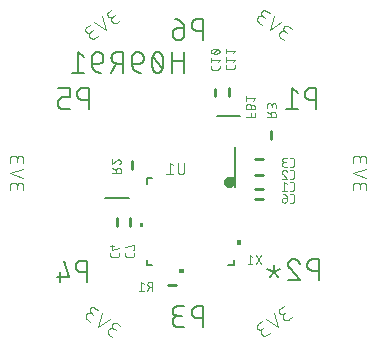
<source format=gbr>
G04 EAGLE Gerber RS-274X export*
G75*
%MOMM*%
%FSLAX34Y34*%
%LPD*%
%INSilkscreen Bottom*%
%IPPOS*%
%AMOC8*
5,1,8,0,0,1.08239X$1,22.5*%
G01*
%ADD10C,0.101600*%
%ADD11C,0.152400*%
%ADD12C,0.254000*%
%ADD13C,0.076200*%
%ADD14C,0.406400*%
%ADD15C,0.050800*%

G36*
X-38860Y104689D02*
X-38860Y104689D01*
X-38858Y104688D01*
X-38815Y104708D01*
X-38771Y104726D01*
X-38771Y104728D01*
X-38769Y104729D01*
X-38736Y104814D01*
X-38736Y108624D01*
X-38737Y108626D01*
X-38736Y108628D01*
X-38756Y108671D01*
X-38774Y108715D01*
X-38776Y108715D01*
X-38777Y108717D01*
X-38862Y108750D01*
X-41402Y108750D01*
X-41404Y108749D01*
X-41406Y108750D01*
X-41449Y108730D01*
X-41493Y108712D01*
X-41493Y108710D01*
X-41495Y108709D01*
X-41528Y108624D01*
X-41528Y104814D01*
X-41527Y104812D01*
X-41528Y104810D01*
X-41508Y104767D01*
X-41490Y104723D01*
X-41488Y104723D01*
X-41487Y104721D01*
X-41402Y104688D01*
X-38862Y104688D01*
X-38860Y104689D01*
G37*
G36*
X43944Y89686D02*
X43944Y89686D01*
X43946Y89685D01*
X43989Y89705D01*
X44033Y89723D01*
X44033Y89725D01*
X44035Y89726D01*
X44068Y89811D01*
X44068Y93621D01*
X44067Y93623D01*
X44068Y93625D01*
X44048Y93668D01*
X44030Y93712D01*
X44028Y93712D01*
X44027Y93714D01*
X43942Y93747D01*
X41402Y93747D01*
X41400Y93746D01*
X41398Y93747D01*
X41355Y93727D01*
X41311Y93709D01*
X41311Y93707D01*
X41309Y93706D01*
X41276Y93621D01*
X41276Y89811D01*
X41277Y89809D01*
X41276Y89807D01*
X41296Y89764D01*
X41314Y89720D01*
X41316Y89720D01*
X41317Y89718D01*
X41402Y89685D01*
X43942Y89685D01*
X43944Y89686D01*
G37*
G36*
X-4325Y66423D02*
X-4325Y66423D01*
X-4323Y66422D01*
X-4280Y66442D01*
X-4236Y66460D01*
X-4236Y66462D01*
X-4234Y66463D01*
X-4201Y66548D01*
X-4201Y69088D01*
X-4202Y69090D01*
X-4201Y69092D01*
X-4221Y69135D01*
X-4239Y69179D01*
X-4241Y69179D01*
X-4242Y69181D01*
X-4327Y69214D01*
X-8137Y69214D01*
X-8139Y69213D01*
X-8141Y69214D01*
X-8184Y69194D01*
X-8228Y69176D01*
X-8228Y69174D01*
X-8230Y69173D01*
X-8263Y69088D01*
X-8263Y66548D01*
X-8262Y66546D01*
X-8263Y66544D01*
X-8243Y66501D01*
X-8225Y66457D01*
X-8223Y66457D01*
X-8222Y66455D01*
X-8137Y66422D01*
X-4327Y66422D01*
X-4325Y66423D01*
G37*
D10*
X80761Y263117D02*
X78102Y264979D01*
X78102Y264978D02*
X78011Y265045D01*
X77921Y265114D01*
X77834Y265187D01*
X77750Y265263D01*
X77669Y265342D01*
X77590Y265423D01*
X77514Y265507D01*
X77441Y265594D01*
X77372Y265684D01*
X77305Y265775D01*
X77242Y265869D01*
X77182Y265965D01*
X77125Y266063D01*
X77072Y266163D01*
X77022Y266265D01*
X76976Y266369D01*
X76934Y266474D01*
X76895Y266580D01*
X76860Y266688D01*
X76829Y266797D01*
X76801Y266907D01*
X76778Y267018D01*
X76758Y267129D01*
X76742Y267241D01*
X76730Y267354D01*
X76722Y267467D01*
X76718Y267580D01*
X76718Y267694D01*
X76722Y267807D01*
X76730Y267920D01*
X76742Y268033D01*
X76758Y268145D01*
X76778Y268256D01*
X76801Y268367D01*
X76829Y268477D01*
X76860Y268586D01*
X76895Y268694D01*
X76934Y268800D01*
X76976Y268905D01*
X77022Y269009D01*
X77072Y269111D01*
X77125Y269211D01*
X77182Y269309D01*
X77242Y269405D01*
X77305Y269499D01*
X77372Y269590D01*
X77441Y269680D01*
X77514Y269767D01*
X77590Y269851D01*
X77669Y269932D01*
X77750Y270011D01*
X77834Y270087D01*
X77921Y270160D01*
X78010Y270229D01*
X78102Y270296D01*
X78196Y270359D01*
X78292Y270419D01*
X78390Y270476D01*
X78490Y270529D01*
X78592Y270579D01*
X78696Y270625D01*
X78801Y270667D01*
X78907Y270706D01*
X79015Y270741D01*
X79124Y270772D01*
X79234Y270800D01*
X79345Y270823D01*
X79456Y270843D01*
X79568Y270859D01*
X79681Y270871D01*
X79794Y270879D01*
X79907Y270883D01*
X80021Y270883D01*
X80134Y270879D01*
X80247Y270871D01*
X80360Y270859D01*
X80472Y270843D01*
X80583Y270823D01*
X80694Y270800D01*
X80804Y270772D01*
X80913Y270741D01*
X81021Y270706D01*
X81127Y270667D01*
X81232Y270625D01*
X81336Y270579D01*
X81438Y270529D01*
X81538Y270476D01*
X81636Y270419D01*
X81732Y270359D01*
X81826Y270296D01*
X84272Y274922D02*
X87462Y272688D01*
X84272Y274922D02*
X84188Y274978D01*
X84103Y275031D01*
X84015Y275080D01*
X83926Y275126D01*
X83834Y275169D01*
X83741Y275208D01*
X83647Y275243D01*
X83552Y275275D01*
X83455Y275303D01*
X83357Y275327D01*
X83259Y275347D01*
X83159Y275364D01*
X83059Y275376D01*
X82959Y275385D01*
X82859Y275390D01*
X82758Y275391D01*
X82657Y275388D01*
X82557Y275381D01*
X82457Y275370D01*
X82357Y275356D01*
X82258Y275337D01*
X82160Y275315D01*
X82063Y275289D01*
X81966Y275259D01*
X81872Y275226D01*
X81778Y275189D01*
X81686Y275148D01*
X81595Y275103D01*
X81507Y275056D01*
X81420Y275004D01*
X81336Y274950D01*
X81253Y274892D01*
X81173Y274831D01*
X81095Y274767D01*
X81020Y274700D01*
X80947Y274631D01*
X80878Y274558D01*
X80811Y274483D01*
X80747Y274405D01*
X80686Y274325D01*
X80628Y274242D01*
X80574Y274158D01*
X80522Y274071D01*
X80475Y273983D01*
X80430Y273892D01*
X80389Y273800D01*
X80352Y273706D01*
X80319Y273612D01*
X80289Y273515D01*
X80263Y273418D01*
X80241Y273320D01*
X80222Y273221D01*
X80208Y273121D01*
X80197Y273021D01*
X80190Y272921D01*
X80187Y272820D01*
X80188Y272719D01*
X80193Y272619D01*
X80202Y272519D01*
X80214Y272419D01*
X80231Y272319D01*
X80251Y272221D01*
X80275Y272123D01*
X80303Y272026D01*
X80335Y271931D01*
X80370Y271837D01*
X80409Y271744D01*
X80452Y271652D01*
X80498Y271563D01*
X80547Y271475D01*
X80600Y271390D01*
X80656Y271306D01*
X80716Y271225D01*
X80778Y271146D01*
X80844Y271069D01*
X80912Y270995D01*
X80983Y270924D01*
X81057Y270856D01*
X81134Y270790D01*
X81213Y270728D01*
X81294Y270668D01*
X83420Y269179D01*
X78631Y278872D02*
X68739Y271534D01*
X72251Y283339D01*
X62035Y276229D02*
X59376Y278090D01*
X59285Y278157D01*
X59195Y278226D01*
X59108Y278299D01*
X59024Y278375D01*
X58943Y278454D01*
X58864Y278535D01*
X58788Y278619D01*
X58715Y278706D01*
X58646Y278796D01*
X58579Y278887D01*
X58516Y278981D01*
X58456Y279077D01*
X58399Y279175D01*
X58346Y279275D01*
X58296Y279377D01*
X58250Y279481D01*
X58208Y279586D01*
X58169Y279692D01*
X58134Y279800D01*
X58103Y279909D01*
X58075Y280019D01*
X58052Y280130D01*
X58032Y280241D01*
X58016Y280353D01*
X58004Y280466D01*
X57996Y280579D01*
X57992Y280692D01*
X57992Y280806D01*
X57996Y280919D01*
X58004Y281032D01*
X58016Y281145D01*
X58032Y281257D01*
X58052Y281368D01*
X58075Y281479D01*
X58103Y281589D01*
X58134Y281698D01*
X58169Y281806D01*
X58208Y281912D01*
X58250Y282017D01*
X58296Y282121D01*
X58346Y282223D01*
X58399Y282323D01*
X58456Y282421D01*
X58516Y282517D01*
X58579Y282611D01*
X58646Y282702D01*
X58715Y282792D01*
X58788Y282879D01*
X58864Y282963D01*
X58943Y283044D01*
X59024Y283123D01*
X59108Y283199D01*
X59195Y283272D01*
X59284Y283341D01*
X59376Y283408D01*
X59470Y283471D01*
X59566Y283531D01*
X59664Y283588D01*
X59764Y283641D01*
X59866Y283691D01*
X59970Y283737D01*
X60075Y283779D01*
X60181Y283818D01*
X60289Y283853D01*
X60398Y283884D01*
X60508Y283912D01*
X60619Y283935D01*
X60730Y283955D01*
X60842Y283971D01*
X60955Y283983D01*
X61068Y283991D01*
X61181Y283995D01*
X61295Y283995D01*
X61408Y283991D01*
X61521Y283983D01*
X61634Y283971D01*
X61746Y283955D01*
X61857Y283935D01*
X61968Y283912D01*
X62078Y283884D01*
X62187Y283853D01*
X62295Y283818D01*
X62401Y283779D01*
X62506Y283737D01*
X62610Y283691D01*
X62712Y283641D01*
X62812Y283588D01*
X62910Y283531D01*
X63006Y283471D01*
X63100Y283408D01*
X65546Y288034D02*
X68737Y285800D01*
X65546Y288034D02*
X65462Y288090D01*
X65377Y288143D01*
X65289Y288192D01*
X65200Y288238D01*
X65108Y288281D01*
X65015Y288320D01*
X64921Y288355D01*
X64826Y288387D01*
X64729Y288415D01*
X64631Y288439D01*
X64533Y288459D01*
X64433Y288476D01*
X64333Y288488D01*
X64233Y288497D01*
X64133Y288502D01*
X64032Y288503D01*
X63931Y288500D01*
X63831Y288493D01*
X63731Y288482D01*
X63631Y288468D01*
X63532Y288449D01*
X63434Y288427D01*
X63337Y288401D01*
X63240Y288371D01*
X63146Y288338D01*
X63052Y288301D01*
X62960Y288260D01*
X62869Y288215D01*
X62781Y288168D01*
X62694Y288116D01*
X62610Y288062D01*
X62527Y288004D01*
X62447Y287943D01*
X62369Y287879D01*
X62294Y287812D01*
X62221Y287743D01*
X62152Y287670D01*
X62085Y287595D01*
X62021Y287517D01*
X61960Y287437D01*
X61902Y287354D01*
X61848Y287270D01*
X61796Y287183D01*
X61749Y287095D01*
X61704Y287004D01*
X61663Y286912D01*
X61626Y286818D01*
X61593Y286724D01*
X61563Y286627D01*
X61537Y286530D01*
X61515Y286432D01*
X61496Y286333D01*
X61482Y286233D01*
X61471Y286133D01*
X61464Y286033D01*
X61461Y285932D01*
X61462Y285831D01*
X61467Y285731D01*
X61476Y285631D01*
X61488Y285531D01*
X61505Y285431D01*
X61525Y285333D01*
X61549Y285235D01*
X61577Y285138D01*
X61609Y285043D01*
X61644Y284949D01*
X61683Y284856D01*
X61726Y284764D01*
X61772Y284675D01*
X61821Y284587D01*
X61874Y284502D01*
X61930Y284418D01*
X61990Y284337D01*
X62052Y284258D01*
X62118Y284181D01*
X62186Y284107D01*
X62257Y284036D01*
X62331Y283968D01*
X62408Y283902D01*
X62487Y283840D01*
X62568Y283780D01*
X64695Y282291D01*
X138848Y139190D02*
X138848Y135944D01*
X138848Y139190D02*
X138850Y139303D01*
X138856Y139416D01*
X138866Y139529D01*
X138880Y139642D01*
X138897Y139754D01*
X138919Y139865D01*
X138944Y139975D01*
X138974Y140085D01*
X139007Y140193D01*
X139044Y140300D01*
X139084Y140406D01*
X139129Y140510D01*
X139177Y140613D01*
X139228Y140714D01*
X139283Y140813D01*
X139341Y140910D01*
X139403Y141005D01*
X139468Y141098D01*
X139536Y141188D01*
X139607Y141276D01*
X139682Y141362D01*
X139759Y141445D01*
X139839Y141525D01*
X139922Y141602D01*
X140008Y141677D01*
X140096Y141748D01*
X140186Y141816D01*
X140279Y141881D01*
X140374Y141943D01*
X140471Y142001D01*
X140570Y142056D01*
X140671Y142107D01*
X140774Y142155D01*
X140878Y142200D01*
X140984Y142240D01*
X141091Y142277D01*
X141199Y142310D01*
X141309Y142340D01*
X141419Y142365D01*
X141530Y142387D01*
X141642Y142404D01*
X141755Y142418D01*
X141868Y142428D01*
X141981Y142434D01*
X142094Y142436D01*
X142207Y142434D01*
X142320Y142428D01*
X142433Y142418D01*
X142546Y142404D01*
X142658Y142387D01*
X142769Y142365D01*
X142879Y142340D01*
X142989Y142310D01*
X143097Y142277D01*
X143204Y142240D01*
X143310Y142200D01*
X143414Y142155D01*
X143517Y142107D01*
X143618Y142056D01*
X143717Y142001D01*
X143814Y141943D01*
X143909Y141881D01*
X144002Y141816D01*
X144092Y141748D01*
X144180Y141677D01*
X144266Y141602D01*
X144349Y141525D01*
X144429Y141445D01*
X144506Y141362D01*
X144581Y141276D01*
X144652Y141188D01*
X144720Y141098D01*
X144785Y141005D01*
X144847Y140910D01*
X144905Y140813D01*
X144960Y140714D01*
X145011Y140613D01*
X145059Y140510D01*
X145104Y140406D01*
X145144Y140300D01*
X145181Y140193D01*
X145214Y140085D01*
X145244Y139975D01*
X145269Y139865D01*
X145291Y139754D01*
X145308Y139642D01*
X145322Y139529D01*
X145332Y139416D01*
X145338Y139303D01*
X145340Y139190D01*
X150532Y139839D02*
X150532Y135944D01*
X150532Y139839D02*
X150530Y139940D01*
X150524Y140040D01*
X150514Y140140D01*
X150501Y140240D01*
X150483Y140339D01*
X150462Y140438D01*
X150437Y140535D01*
X150408Y140632D01*
X150375Y140727D01*
X150339Y140821D01*
X150299Y140913D01*
X150256Y141004D01*
X150209Y141093D01*
X150159Y141180D01*
X150105Y141266D01*
X150048Y141349D01*
X149988Y141429D01*
X149925Y141508D01*
X149858Y141584D01*
X149789Y141657D01*
X149717Y141727D01*
X149643Y141795D01*
X149566Y141860D01*
X149486Y141921D01*
X149404Y141980D01*
X149320Y142035D01*
X149234Y142087D01*
X149146Y142136D01*
X149056Y142181D01*
X148964Y142223D01*
X148871Y142261D01*
X148776Y142295D01*
X148681Y142326D01*
X148584Y142353D01*
X148486Y142376D01*
X148387Y142396D01*
X148287Y142411D01*
X148187Y142423D01*
X148087Y142431D01*
X147986Y142435D01*
X147886Y142435D01*
X147785Y142431D01*
X147685Y142423D01*
X147585Y142411D01*
X147485Y142396D01*
X147386Y142376D01*
X147288Y142353D01*
X147191Y142326D01*
X147096Y142295D01*
X147001Y142261D01*
X146908Y142223D01*
X146816Y142181D01*
X146726Y142136D01*
X146638Y142087D01*
X146552Y142035D01*
X146468Y141980D01*
X146386Y141921D01*
X146306Y141860D01*
X146229Y141795D01*
X146155Y141727D01*
X146083Y141657D01*
X146014Y141584D01*
X145947Y141508D01*
X145884Y141429D01*
X145824Y141349D01*
X145767Y141266D01*
X145713Y141180D01*
X145663Y141093D01*
X145616Y141004D01*
X145573Y140913D01*
X145533Y140821D01*
X145497Y140727D01*
X145464Y140632D01*
X145435Y140535D01*
X145410Y140438D01*
X145389Y140339D01*
X145371Y140240D01*
X145358Y140140D01*
X145348Y140040D01*
X145342Y139940D01*
X145340Y139839D01*
X145339Y139839D02*
X145339Y137243D01*
X150532Y146725D02*
X138848Y150620D01*
X150532Y154515D01*
X138848Y158804D02*
X138848Y162050D01*
X138850Y162163D01*
X138856Y162276D01*
X138866Y162389D01*
X138880Y162502D01*
X138897Y162614D01*
X138919Y162725D01*
X138944Y162835D01*
X138974Y162945D01*
X139007Y163053D01*
X139044Y163160D01*
X139084Y163266D01*
X139129Y163370D01*
X139177Y163473D01*
X139228Y163574D01*
X139283Y163673D01*
X139341Y163770D01*
X139403Y163865D01*
X139468Y163958D01*
X139536Y164048D01*
X139607Y164136D01*
X139682Y164222D01*
X139759Y164305D01*
X139839Y164385D01*
X139922Y164462D01*
X140008Y164537D01*
X140096Y164608D01*
X140186Y164676D01*
X140279Y164741D01*
X140374Y164803D01*
X140471Y164861D01*
X140570Y164916D01*
X140671Y164967D01*
X140774Y165015D01*
X140878Y165060D01*
X140984Y165100D01*
X141091Y165137D01*
X141199Y165170D01*
X141309Y165200D01*
X141419Y165225D01*
X141530Y165247D01*
X141642Y165264D01*
X141755Y165278D01*
X141868Y165288D01*
X141981Y165294D01*
X142094Y165296D01*
X142207Y165294D01*
X142320Y165288D01*
X142433Y165278D01*
X142546Y165264D01*
X142658Y165247D01*
X142769Y165225D01*
X142879Y165200D01*
X142989Y165170D01*
X143097Y165137D01*
X143204Y165100D01*
X143310Y165060D01*
X143414Y165015D01*
X143517Y164967D01*
X143618Y164916D01*
X143717Y164861D01*
X143814Y164803D01*
X143909Y164741D01*
X144002Y164676D01*
X144092Y164608D01*
X144180Y164537D01*
X144266Y164462D01*
X144349Y164385D01*
X144429Y164305D01*
X144506Y164222D01*
X144581Y164136D01*
X144652Y164048D01*
X144720Y163958D01*
X144785Y163865D01*
X144847Y163770D01*
X144905Y163673D01*
X144960Y163574D01*
X145011Y163473D01*
X145059Y163370D01*
X145104Y163266D01*
X145144Y163160D01*
X145181Y163053D01*
X145214Y162945D01*
X145244Y162835D01*
X145269Y162725D01*
X145291Y162614D01*
X145308Y162502D01*
X145322Y162389D01*
X145332Y162276D01*
X145338Y162163D01*
X145340Y162050D01*
X150532Y162699D02*
X150532Y158804D01*
X150532Y162699D02*
X150530Y162800D01*
X150524Y162900D01*
X150514Y163000D01*
X150501Y163100D01*
X150483Y163199D01*
X150462Y163298D01*
X150437Y163395D01*
X150408Y163492D01*
X150375Y163587D01*
X150339Y163681D01*
X150299Y163773D01*
X150256Y163864D01*
X150209Y163953D01*
X150159Y164040D01*
X150105Y164126D01*
X150048Y164209D01*
X149988Y164289D01*
X149925Y164368D01*
X149858Y164444D01*
X149789Y164517D01*
X149717Y164587D01*
X149643Y164655D01*
X149566Y164720D01*
X149486Y164781D01*
X149404Y164840D01*
X149320Y164895D01*
X149234Y164947D01*
X149146Y164996D01*
X149056Y165041D01*
X148964Y165083D01*
X148871Y165121D01*
X148776Y165155D01*
X148681Y165186D01*
X148584Y165213D01*
X148486Y165236D01*
X148387Y165256D01*
X148287Y165271D01*
X148187Y165283D01*
X148087Y165291D01*
X147986Y165295D01*
X147886Y165295D01*
X147785Y165291D01*
X147685Y165283D01*
X147585Y165271D01*
X147485Y165256D01*
X147386Y165236D01*
X147288Y165213D01*
X147191Y165186D01*
X147096Y165155D01*
X147001Y165121D01*
X146908Y165083D01*
X146816Y165041D01*
X146726Y164996D01*
X146638Y164947D01*
X146552Y164895D01*
X146468Y164840D01*
X146386Y164781D01*
X146306Y164720D01*
X146229Y164655D01*
X146155Y164587D01*
X146083Y164517D01*
X146014Y164444D01*
X145947Y164368D01*
X145884Y164289D01*
X145824Y164209D01*
X145767Y164126D01*
X145713Y164040D01*
X145663Y163953D01*
X145616Y163864D01*
X145573Y163773D01*
X145533Y163681D01*
X145497Y163587D01*
X145464Y163492D01*
X145435Y163395D01*
X145410Y163298D01*
X145389Y163199D01*
X145371Y163100D01*
X145358Y163000D01*
X145348Y162900D01*
X145342Y162800D01*
X145340Y162699D01*
X145339Y162699D02*
X145339Y160103D01*
X87462Y28552D02*
X84804Y26690D01*
X84710Y26627D01*
X84614Y26567D01*
X84516Y26510D01*
X84416Y26457D01*
X84314Y26407D01*
X84210Y26361D01*
X84105Y26319D01*
X83999Y26280D01*
X83891Y26245D01*
X83782Y26214D01*
X83672Y26186D01*
X83561Y26163D01*
X83450Y26143D01*
X83338Y26127D01*
X83225Y26115D01*
X83112Y26107D01*
X82999Y26103D01*
X82885Y26103D01*
X82772Y26107D01*
X82659Y26115D01*
X82546Y26127D01*
X82434Y26143D01*
X82323Y26163D01*
X82212Y26186D01*
X82102Y26214D01*
X81993Y26245D01*
X81885Y26280D01*
X81779Y26319D01*
X81674Y26361D01*
X81570Y26407D01*
X81468Y26457D01*
X81368Y26510D01*
X81270Y26567D01*
X81174Y26627D01*
X81080Y26690D01*
X80989Y26757D01*
X80899Y26826D01*
X80812Y26899D01*
X80728Y26975D01*
X80647Y27054D01*
X80568Y27135D01*
X80492Y27219D01*
X80419Y27306D01*
X80350Y27396D01*
X80283Y27487D01*
X80220Y27581D01*
X80160Y27677D01*
X80103Y27775D01*
X80050Y27875D01*
X80000Y27977D01*
X79954Y28081D01*
X79912Y28186D01*
X79873Y28292D01*
X79838Y28400D01*
X79807Y28509D01*
X79779Y28619D01*
X79756Y28730D01*
X79736Y28841D01*
X79720Y28953D01*
X79708Y29066D01*
X79700Y29179D01*
X79696Y29292D01*
X79696Y29406D01*
X79700Y29519D01*
X79708Y29632D01*
X79720Y29745D01*
X79736Y29857D01*
X79756Y29968D01*
X79779Y30079D01*
X79807Y30189D01*
X79838Y30298D01*
X79873Y30406D01*
X79912Y30512D01*
X79954Y30617D01*
X80000Y30721D01*
X80050Y30823D01*
X80103Y30923D01*
X80160Y31021D01*
X80220Y31117D01*
X80283Y31211D01*
X80350Y31302D01*
X80419Y31392D01*
X80492Y31479D01*
X80568Y31563D01*
X80647Y31644D01*
X80728Y31723D01*
X80812Y31799D01*
X80899Y31872D01*
X80989Y31941D01*
X81080Y32008D01*
X77570Y35889D02*
X80761Y38123D01*
X77571Y35889D02*
X77490Y35829D01*
X77411Y35767D01*
X77334Y35701D01*
X77260Y35633D01*
X77189Y35562D01*
X77121Y35488D01*
X77055Y35411D01*
X76993Y35332D01*
X76933Y35251D01*
X76877Y35167D01*
X76824Y35082D01*
X76775Y34994D01*
X76729Y34905D01*
X76686Y34813D01*
X76647Y34720D01*
X76612Y34626D01*
X76580Y34531D01*
X76552Y34434D01*
X76528Y34336D01*
X76508Y34238D01*
X76491Y34138D01*
X76479Y34038D01*
X76470Y33938D01*
X76465Y33837D01*
X76464Y33737D01*
X76467Y33636D01*
X76474Y33536D01*
X76485Y33436D01*
X76499Y33336D01*
X76518Y33237D01*
X76540Y33139D01*
X76566Y33042D01*
X76596Y32945D01*
X76629Y32851D01*
X76666Y32757D01*
X76707Y32665D01*
X76752Y32574D01*
X76799Y32486D01*
X76851Y32399D01*
X76905Y32315D01*
X76963Y32232D01*
X77024Y32152D01*
X77088Y32074D01*
X77155Y31999D01*
X77224Y31926D01*
X77297Y31857D01*
X77372Y31790D01*
X77450Y31726D01*
X77530Y31665D01*
X77613Y31607D01*
X77697Y31553D01*
X77784Y31501D01*
X77872Y31454D01*
X77963Y31409D01*
X78055Y31368D01*
X78148Y31331D01*
X78243Y31298D01*
X78340Y31268D01*
X78437Y31242D01*
X78535Y31220D01*
X78634Y31201D01*
X78734Y31187D01*
X78834Y31176D01*
X78934Y31169D01*
X79035Y31166D01*
X79135Y31167D01*
X79236Y31172D01*
X79336Y31181D01*
X79436Y31193D01*
X79536Y31210D01*
X79634Y31230D01*
X79732Y31254D01*
X79829Y31282D01*
X79924Y31314D01*
X80018Y31349D01*
X80111Y31388D01*
X80203Y31431D01*
X80292Y31477D01*
X80380Y31526D01*
X80465Y31579D01*
X80549Y31635D01*
X82676Y33125D01*
X71930Y31939D02*
X75441Y20134D01*
X65549Y27472D01*
X68737Y15440D02*
X66078Y13578D01*
X65984Y13515D01*
X65888Y13455D01*
X65790Y13398D01*
X65690Y13345D01*
X65588Y13295D01*
X65484Y13249D01*
X65379Y13207D01*
X65273Y13168D01*
X65165Y13133D01*
X65056Y13102D01*
X64946Y13074D01*
X64835Y13051D01*
X64724Y13031D01*
X64612Y13015D01*
X64499Y13003D01*
X64386Y12995D01*
X64273Y12991D01*
X64159Y12991D01*
X64046Y12995D01*
X63933Y13003D01*
X63820Y13015D01*
X63708Y13031D01*
X63597Y13051D01*
X63486Y13074D01*
X63376Y13102D01*
X63267Y13133D01*
X63159Y13168D01*
X63053Y13207D01*
X62948Y13249D01*
X62844Y13295D01*
X62742Y13345D01*
X62642Y13398D01*
X62544Y13455D01*
X62448Y13515D01*
X62354Y13578D01*
X62263Y13645D01*
X62173Y13714D01*
X62086Y13787D01*
X62002Y13863D01*
X61921Y13942D01*
X61842Y14023D01*
X61766Y14107D01*
X61693Y14194D01*
X61624Y14284D01*
X61557Y14375D01*
X61494Y14469D01*
X61434Y14565D01*
X61377Y14663D01*
X61324Y14763D01*
X61274Y14865D01*
X61228Y14969D01*
X61186Y15074D01*
X61147Y15180D01*
X61112Y15288D01*
X61081Y15397D01*
X61053Y15507D01*
X61030Y15618D01*
X61010Y15729D01*
X60994Y15841D01*
X60982Y15954D01*
X60974Y16067D01*
X60970Y16180D01*
X60970Y16294D01*
X60974Y16407D01*
X60982Y16520D01*
X60994Y16633D01*
X61010Y16745D01*
X61030Y16856D01*
X61053Y16967D01*
X61081Y17077D01*
X61112Y17186D01*
X61147Y17294D01*
X61186Y17400D01*
X61228Y17505D01*
X61274Y17609D01*
X61324Y17711D01*
X61377Y17811D01*
X61434Y17909D01*
X61494Y18005D01*
X61557Y18099D01*
X61624Y18190D01*
X61693Y18280D01*
X61766Y18367D01*
X61842Y18451D01*
X61921Y18532D01*
X62002Y18611D01*
X62086Y18687D01*
X62173Y18760D01*
X62263Y18829D01*
X62354Y18896D01*
X58845Y22777D02*
X62035Y25011D01*
X58845Y22777D02*
X58764Y22717D01*
X58685Y22655D01*
X58608Y22589D01*
X58534Y22521D01*
X58463Y22450D01*
X58395Y22376D01*
X58329Y22299D01*
X58267Y22220D01*
X58207Y22139D01*
X58151Y22055D01*
X58098Y21970D01*
X58049Y21882D01*
X58003Y21793D01*
X57960Y21701D01*
X57921Y21608D01*
X57886Y21514D01*
X57854Y21419D01*
X57826Y21322D01*
X57802Y21224D01*
X57782Y21126D01*
X57765Y21026D01*
X57753Y20926D01*
X57744Y20826D01*
X57739Y20725D01*
X57738Y20625D01*
X57741Y20524D01*
X57748Y20424D01*
X57759Y20324D01*
X57773Y20224D01*
X57792Y20125D01*
X57814Y20027D01*
X57840Y19930D01*
X57870Y19833D01*
X57903Y19739D01*
X57940Y19645D01*
X57981Y19553D01*
X58026Y19462D01*
X58073Y19374D01*
X58125Y19287D01*
X58179Y19203D01*
X58237Y19120D01*
X58298Y19040D01*
X58362Y18962D01*
X58429Y18887D01*
X58498Y18814D01*
X58571Y18745D01*
X58646Y18678D01*
X58724Y18614D01*
X58804Y18553D01*
X58887Y18495D01*
X58971Y18441D01*
X59058Y18389D01*
X59146Y18342D01*
X59237Y18297D01*
X59329Y18256D01*
X59422Y18219D01*
X59517Y18186D01*
X59614Y18156D01*
X59711Y18130D01*
X59809Y18108D01*
X59908Y18089D01*
X60008Y18075D01*
X60108Y18064D01*
X60208Y18057D01*
X60309Y18054D01*
X60409Y18055D01*
X60510Y18060D01*
X60610Y18069D01*
X60710Y18081D01*
X60810Y18098D01*
X60908Y18118D01*
X61006Y18142D01*
X61103Y18170D01*
X61198Y18202D01*
X61292Y18237D01*
X61385Y18276D01*
X61477Y18319D01*
X61566Y18365D01*
X61654Y18414D01*
X61739Y18467D01*
X61823Y18523D01*
X63950Y20013D01*
X-64439Y11717D02*
X-67098Y13579D01*
X-67098Y13578D02*
X-67189Y13645D01*
X-67279Y13714D01*
X-67366Y13787D01*
X-67450Y13863D01*
X-67531Y13942D01*
X-67610Y14023D01*
X-67686Y14107D01*
X-67759Y14194D01*
X-67828Y14283D01*
X-67895Y14375D01*
X-67958Y14469D01*
X-68018Y14565D01*
X-68075Y14663D01*
X-68128Y14763D01*
X-68178Y14865D01*
X-68224Y14969D01*
X-68266Y15074D01*
X-68305Y15180D01*
X-68340Y15288D01*
X-68371Y15397D01*
X-68399Y15507D01*
X-68422Y15618D01*
X-68442Y15729D01*
X-68458Y15841D01*
X-68470Y15954D01*
X-68478Y16067D01*
X-68482Y16180D01*
X-68482Y16294D01*
X-68478Y16407D01*
X-68470Y16520D01*
X-68458Y16633D01*
X-68442Y16745D01*
X-68422Y16856D01*
X-68399Y16967D01*
X-68371Y17077D01*
X-68340Y17186D01*
X-68305Y17294D01*
X-68266Y17400D01*
X-68224Y17505D01*
X-68178Y17609D01*
X-68128Y17711D01*
X-68075Y17811D01*
X-68018Y17909D01*
X-67958Y18005D01*
X-67895Y18099D01*
X-67828Y18190D01*
X-67759Y18280D01*
X-67686Y18367D01*
X-67610Y18451D01*
X-67531Y18532D01*
X-67450Y18611D01*
X-67366Y18687D01*
X-67279Y18760D01*
X-67189Y18829D01*
X-67098Y18896D01*
X-67004Y18959D01*
X-66908Y19019D01*
X-66810Y19076D01*
X-66710Y19129D01*
X-66608Y19179D01*
X-66504Y19225D01*
X-66399Y19267D01*
X-66293Y19306D01*
X-66185Y19341D01*
X-66076Y19372D01*
X-65966Y19400D01*
X-65855Y19423D01*
X-65744Y19443D01*
X-65632Y19459D01*
X-65519Y19471D01*
X-65406Y19479D01*
X-65293Y19483D01*
X-65179Y19483D01*
X-65066Y19479D01*
X-64953Y19471D01*
X-64840Y19459D01*
X-64728Y19443D01*
X-64617Y19423D01*
X-64506Y19400D01*
X-64396Y19372D01*
X-64287Y19341D01*
X-64179Y19306D01*
X-64073Y19267D01*
X-63968Y19225D01*
X-63864Y19179D01*
X-63762Y19129D01*
X-63662Y19076D01*
X-63564Y19019D01*
X-63468Y18959D01*
X-63374Y18896D01*
X-60928Y23522D02*
X-57738Y21288D01*
X-60928Y23522D02*
X-61012Y23578D01*
X-61097Y23631D01*
X-61185Y23680D01*
X-61274Y23726D01*
X-61366Y23769D01*
X-61459Y23808D01*
X-61553Y23843D01*
X-61648Y23875D01*
X-61745Y23903D01*
X-61843Y23927D01*
X-61941Y23947D01*
X-62041Y23964D01*
X-62141Y23976D01*
X-62241Y23985D01*
X-62342Y23990D01*
X-62442Y23991D01*
X-62543Y23988D01*
X-62643Y23981D01*
X-62743Y23970D01*
X-62843Y23956D01*
X-62942Y23937D01*
X-63040Y23915D01*
X-63137Y23889D01*
X-63234Y23859D01*
X-63329Y23826D01*
X-63422Y23789D01*
X-63514Y23748D01*
X-63605Y23703D01*
X-63693Y23656D01*
X-63780Y23604D01*
X-63864Y23550D01*
X-63947Y23492D01*
X-64027Y23431D01*
X-64105Y23367D01*
X-64180Y23300D01*
X-64253Y23231D01*
X-64322Y23158D01*
X-64389Y23083D01*
X-64453Y23005D01*
X-64514Y22925D01*
X-64572Y22842D01*
X-64626Y22758D01*
X-64678Y22671D01*
X-64725Y22583D01*
X-64770Y22492D01*
X-64811Y22400D01*
X-64848Y22306D01*
X-64881Y22212D01*
X-64911Y22115D01*
X-64937Y22018D01*
X-64959Y21920D01*
X-64978Y21821D01*
X-64992Y21721D01*
X-65003Y21621D01*
X-65010Y21521D01*
X-65013Y21420D01*
X-65012Y21320D01*
X-65007Y21219D01*
X-64998Y21119D01*
X-64986Y21019D01*
X-64969Y20919D01*
X-64949Y20821D01*
X-64925Y20723D01*
X-64897Y20626D01*
X-64865Y20531D01*
X-64830Y20437D01*
X-64791Y20344D01*
X-64748Y20252D01*
X-64702Y20163D01*
X-64653Y20075D01*
X-64600Y19990D01*
X-64544Y19906D01*
X-64484Y19825D01*
X-64422Y19746D01*
X-64356Y19669D01*
X-64288Y19595D01*
X-64217Y19524D01*
X-64143Y19456D01*
X-64066Y19390D01*
X-63987Y19328D01*
X-63906Y19268D01*
X-63907Y19268D02*
X-61780Y17779D01*
X-66569Y27472D02*
X-76461Y20134D01*
X-72950Y31939D01*
X-83165Y24829D02*
X-85824Y26690D01*
X-85915Y26757D01*
X-86005Y26826D01*
X-86092Y26899D01*
X-86176Y26975D01*
X-86257Y27054D01*
X-86336Y27135D01*
X-86412Y27219D01*
X-86485Y27306D01*
X-86554Y27395D01*
X-86621Y27487D01*
X-86684Y27581D01*
X-86744Y27677D01*
X-86801Y27775D01*
X-86854Y27875D01*
X-86904Y27977D01*
X-86950Y28081D01*
X-86992Y28186D01*
X-87031Y28292D01*
X-87066Y28400D01*
X-87097Y28509D01*
X-87125Y28619D01*
X-87148Y28730D01*
X-87168Y28841D01*
X-87184Y28953D01*
X-87196Y29066D01*
X-87204Y29179D01*
X-87208Y29292D01*
X-87208Y29406D01*
X-87204Y29519D01*
X-87196Y29632D01*
X-87184Y29745D01*
X-87168Y29857D01*
X-87148Y29968D01*
X-87125Y30079D01*
X-87097Y30189D01*
X-87066Y30298D01*
X-87031Y30406D01*
X-86992Y30512D01*
X-86950Y30617D01*
X-86904Y30721D01*
X-86854Y30823D01*
X-86801Y30923D01*
X-86744Y31021D01*
X-86684Y31117D01*
X-86621Y31211D01*
X-86554Y31302D01*
X-86485Y31392D01*
X-86412Y31479D01*
X-86336Y31563D01*
X-86257Y31644D01*
X-86176Y31723D01*
X-86092Y31799D01*
X-86005Y31872D01*
X-85915Y31941D01*
X-85824Y32008D01*
X-85730Y32071D01*
X-85634Y32131D01*
X-85536Y32188D01*
X-85436Y32241D01*
X-85334Y32291D01*
X-85230Y32337D01*
X-85125Y32379D01*
X-85019Y32418D01*
X-84911Y32453D01*
X-84802Y32484D01*
X-84692Y32512D01*
X-84581Y32535D01*
X-84470Y32555D01*
X-84358Y32571D01*
X-84245Y32583D01*
X-84132Y32591D01*
X-84019Y32595D01*
X-83905Y32595D01*
X-83792Y32591D01*
X-83679Y32583D01*
X-83566Y32571D01*
X-83454Y32555D01*
X-83343Y32535D01*
X-83232Y32512D01*
X-83122Y32484D01*
X-83013Y32453D01*
X-82905Y32418D01*
X-82799Y32379D01*
X-82694Y32337D01*
X-82590Y32291D01*
X-82488Y32241D01*
X-82388Y32188D01*
X-82290Y32131D01*
X-82194Y32071D01*
X-82100Y32008D01*
X-79654Y36634D02*
X-76464Y34400D01*
X-79654Y36634D02*
X-79738Y36690D01*
X-79823Y36743D01*
X-79911Y36792D01*
X-80000Y36838D01*
X-80092Y36881D01*
X-80185Y36920D01*
X-80279Y36955D01*
X-80374Y36987D01*
X-80471Y37015D01*
X-80569Y37039D01*
X-80667Y37059D01*
X-80767Y37076D01*
X-80867Y37088D01*
X-80967Y37097D01*
X-81068Y37102D01*
X-81168Y37103D01*
X-81269Y37100D01*
X-81369Y37093D01*
X-81469Y37082D01*
X-81569Y37068D01*
X-81668Y37049D01*
X-81766Y37027D01*
X-81863Y37001D01*
X-81960Y36971D01*
X-82055Y36938D01*
X-82148Y36901D01*
X-82240Y36860D01*
X-82331Y36815D01*
X-82419Y36768D01*
X-82506Y36716D01*
X-82590Y36662D01*
X-82673Y36604D01*
X-82753Y36543D01*
X-82831Y36479D01*
X-82906Y36412D01*
X-82979Y36343D01*
X-83048Y36270D01*
X-83115Y36195D01*
X-83179Y36117D01*
X-83240Y36037D01*
X-83298Y35954D01*
X-83352Y35870D01*
X-83404Y35783D01*
X-83451Y35695D01*
X-83496Y35604D01*
X-83537Y35512D01*
X-83574Y35418D01*
X-83607Y35324D01*
X-83637Y35227D01*
X-83663Y35130D01*
X-83685Y35032D01*
X-83704Y34933D01*
X-83718Y34833D01*
X-83729Y34733D01*
X-83736Y34633D01*
X-83739Y34532D01*
X-83738Y34432D01*
X-83733Y34331D01*
X-83724Y34231D01*
X-83712Y34131D01*
X-83695Y34031D01*
X-83675Y33933D01*
X-83651Y33835D01*
X-83623Y33738D01*
X-83591Y33643D01*
X-83556Y33549D01*
X-83517Y33456D01*
X-83474Y33364D01*
X-83428Y33275D01*
X-83379Y33187D01*
X-83326Y33102D01*
X-83270Y33018D01*
X-83210Y32937D01*
X-83148Y32858D01*
X-83082Y32781D01*
X-83014Y32707D01*
X-82943Y32636D01*
X-82869Y32568D01*
X-82792Y32502D01*
X-82713Y32440D01*
X-82632Y32380D01*
X-80506Y30891D01*
X-151552Y135944D02*
X-151552Y139190D01*
X-151550Y139303D01*
X-151544Y139416D01*
X-151534Y139529D01*
X-151520Y139642D01*
X-151503Y139754D01*
X-151481Y139865D01*
X-151456Y139975D01*
X-151426Y140085D01*
X-151393Y140193D01*
X-151356Y140300D01*
X-151316Y140406D01*
X-151271Y140510D01*
X-151223Y140613D01*
X-151172Y140714D01*
X-151117Y140813D01*
X-151059Y140910D01*
X-150997Y141005D01*
X-150932Y141098D01*
X-150864Y141188D01*
X-150793Y141276D01*
X-150718Y141362D01*
X-150641Y141445D01*
X-150561Y141525D01*
X-150478Y141602D01*
X-150392Y141677D01*
X-150304Y141748D01*
X-150214Y141816D01*
X-150121Y141881D01*
X-150026Y141943D01*
X-149929Y142001D01*
X-149830Y142056D01*
X-149729Y142107D01*
X-149626Y142155D01*
X-149522Y142200D01*
X-149416Y142240D01*
X-149309Y142277D01*
X-149201Y142310D01*
X-149091Y142340D01*
X-148981Y142365D01*
X-148870Y142387D01*
X-148758Y142404D01*
X-148645Y142418D01*
X-148532Y142428D01*
X-148419Y142434D01*
X-148306Y142436D01*
X-148193Y142434D01*
X-148080Y142428D01*
X-147967Y142418D01*
X-147854Y142404D01*
X-147742Y142387D01*
X-147631Y142365D01*
X-147521Y142340D01*
X-147411Y142310D01*
X-147303Y142277D01*
X-147196Y142240D01*
X-147090Y142200D01*
X-146986Y142155D01*
X-146883Y142107D01*
X-146782Y142056D01*
X-146683Y142001D01*
X-146586Y141943D01*
X-146491Y141881D01*
X-146398Y141816D01*
X-146308Y141748D01*
X-146220Y141677D01*
X-146134Y141602D01*
X-146051Y141525D01*
X-145971Y141445D01*
X-145894Y141362D01*
X-145819Y141276D01*
X-145748Y141188D01*
X-145680Y141098D01*
X-145615Y141005D01*
X-145553Y140910D01*
X-145495Y140813D01*
X-145440Y140714D01*
X-145389Y140613D01*
X-145341Y140510D01*
X-145296Y140406D01*
X-145256Y140300D01*
X-145219Y140193D01*
X-145186Y140085D01*
X-145156Y139975D01*
X-145131Y139865D01*
X-145109Y139754D01*
X-145092Y139642D01*
X-145078Y139529D01*
X-145068Y139416D01*
X-145062Y139303D01*
X-145060Y139190D01*
X-139868Y139839D02*
X-139868Y135944D01*
X-139868Y139839D02*
X-139870Y139940D01*
X-139876Y140040D01*
X-139886Y140140D01*
X-139899Y140240D01*
X-139917Y140339D01*
X-139938Y140438D01*
X-139963Y140535D01*
X-139992Y140632D01*
X-140025Y140727D01*
X-140061Y140821D01*
X-140101Y140913D01*
X-140144Y141004D01*
X-140191Y141093D01*
X-140241Y141180D01*
X-140295Y141266D01*
X-140352Y141349D01*
X-140412Y141429D01*
X-140475Y141508D01*
X-140542Y141584D01*
X-140611Y141657D01*
X-140683Y141727D01*
X-140757Y141795D01*
X-140834Y141860D01*
X-140914Y141921D01*
X-140996Y141980D01*
X-141080Y142035D01*
X-141166Y142087D01*
X-141254Y142136D01*
X-141344Y142181D01*
X-141436Y142223D01*
X-141529Y142261D01*
X-141624Y142295D01*
X-141719Y142326D01*
X-141816Y142353D01*
X-141914Y142376D01*
X-142013Y142396D01*
X-142113Y142411D01*
X-142213Y142423D01*
X-142313Y142431D01*
X-142414Y142435D01*
X-142514Y142435D01*
X-142615Y142431D01*
X-142715Y142423D01*
X-142815Y142411D01*
X-142915Y142396D01*
X-143014Y142376D01*
X-143112Y142353D01*
X-143209Y142326D01*
X-143304Y142295D01*
X-143399Y142261D01*
X-143492Y142223D01*
X-143584Y142181D01*
X-143674Y142136D01*
X-143762Y142087D01*
X-143848Y142035D01*
X-143932Y141980D01*
X-144014Y141921D01*
X-144094Y141860D01*
X-144171Y141795D01*
X-144245Y141727D01*
X-144317Y141657D01*
X-144386Y141584D01*
X-144453Y141508D01*
X-144516Y141429D01*
X-144576Y141349D01*
X-144633Y141266D01*
X-144687Y141180D01*
X-144737Y141093D01*
X-144784Y141004D01*
X-144827Y140913D01*
X-144867Y140821D01*
X-144903Y140727D01*
X-144936Y140632D01*
X-144965Y140535D01*
X-144990Y140438D01*
X-145011Y140339D01*
X-145029Y140240D01*
X-145042Y140140D01*
X-145052Y140040D01*
X-145058Y139940D01*
X-145060Y139839D01*
X-145061Y139839D02*
X-145061Y137243D01*
X-139868Y146725D02*
X-151552Y150620D01*
X-139868Y154515D01*
X-151552Y158804D02*
X-151552Y162050D01*
X-151550Y162163D01*
X-151544Y162276D01*
X-151534Y162389D01*
X-151520Y162502D01*
X-151503Y162614D01*
X-151481Y162725D01*
X-151456Y162835D01*
X-151426Y162945D01*
X-151393Y163053D01*
X-151356Y163160D01*
X-151316Y163266D01*
X-151271Y163370D01*
X-151223Y163473D01*
X-151172Y163574D01*
X-151117Y163673D01*
X-151059Y163770D01*
X-150997Y163865D01*
X-150932Y163958D01*
X-150864Y164048D01*
X-150793Y164136D01*
X-150718Y164222D01*
X-150641Y164305D01*
X-150561Y164385D01*
X-150478Y164462D01*
X-150392Y164537D01*
X-150304Y164608D01*
X-150214Y164676D01*
X-150121Y164741D01*
X-150026Y164803D01*
X-149929Y164861D01*
X-149830Y164916D01*
X-149729Y164967D01*
X-149626Y165015D01*
X-149522Y165060D01*
X-149416Y165100D01*
X-149309Y165137D01*
X-149201Y165170D01*
X-149091Y165200D01*
X-148981Y165225D01*
X-148870Y165247D01*
X-148758Y165264D01*
X-148645Y165278D01*
X-148532Y165288D01*
X-148419Y165294D01*
X-148306Y165296D01*
X-148193Y165294D01*
X-148080Y165288D01*
X-147967Y165278D01*
X-147854Y165264D01*
X-147742Y165247D01*
X-147631Y165225D01*
X-147521Y165200D01*
X-147411Y165170D01*
X-147303Y165137D01*
X-147196Y165100D01*
X-147090Y165060D01*
X-146986Y165015D01*
X-146883Y164967D01*
X-146782Y164916D01*
X-146683Y164861D01*
X-146586Y164803D01*
X-146491Y164741D01*
X-146398Y164676D01*
X-146308Y164608D01*
X-146220Y164537D01*
X-146134Y164462D01*
X-146051Y164385D01*
X-145971Y164305D01*
X-145894Y164222D01*
X-145819Y164136D01*
X-145748Y164048D01*
X-145680Y163958D01*
X-145615Y163865D01*
X-145553Y163770D01*
X-145495Y163673D01*
X-145440Y163574D01*
X-145389Y163473D01*
X-145341Y163370D01*
X-145296Y163266D01*
X-145256Y163160D01*
X-145219Y163053D01*
X-145186Y162945D01*
X-145156Y162835D01*
X-145131Y162725D01*
X-145109Y162614D01*
X-145092Y162502D01*
X-145078Y162389D01*
X-145068Y162276D01*
X-145062Y162163D01*
X-145060Y162050D01*
X-139868Y162699D02*
X-139868Y158804D01*
X-139868Y162699D02*
X-139870Y162800D01*
X-139876Y162900D01*
X-139886Y163000D01*
X-139899Y163100D01*
X-139917Y163199D01*
X-139938Y163298D01*
X-139963Y163395D01*
X-139992Y163492D01*
X-140025Y163587D01*
X-140061Y163681D01*
X-140101Y163773D01*
X-140144Y163864D01*
X-140191Y163953D01*
X-140241Y164040D01*
X-140295Y164126D01*
X-140352Y164209D01*
X-140412Y164289D01*
X-140475Y164368D01*
X-140542Y164444D01*
X-140611Y164517D01*
X-140683Y164587D01*
X-140757Y164655D01*
X-140834Y164720D01*
X-140914Y164781D01*
X-140996Y164840D01*
X-141080Y164895D01*
X-141166Y164947D01*
X-141254Y164996D01*
X-141344Y165041D01*
X-141436Y165083D01*
X-141529Y165121D01*
X-141624Y165155D01*
X-141719Y165186D01*
X-141816Y165213D01*
X-141914Y165236D01*
X-142013Y165256D01*
X-142113Y165271D01*
X-142213Y165283D01*
X-142313Y165291D01*
X-142414Y165295D01*
X-142514Y165295D01*
X-142615Y165291D01*
X-142715Y165283D01*
X-142815Y165271D01*
X-142915Y165256D01*
X-143014Y165236D01*
X-143112Y165213D01*
X-143209Y165186D01*
X-143304Y165155D01*
X-143399Y165121D01*
X-143492Y165083D01*
X-143584Y165041D01*
X-143674Y164996D01*
X-143762Y164947D01*
X-143848Y164895D01*
X-143932Y164840D01*
X-144014Y164781D01*
X-144094Y164720D01*
X-144171Y164655D01*
X-144245Y164587D01*
X-144317Y164517D01*
X-144386Y164444D01*
X-144453Y164368D01*
X-144516Y164289D01*
X-144576Y164209D01*
X-144633Y164126D01*
X-144687Y164040D01*
X-144737Y163953D01*
X-144784Y163864D01*
X-144827Y163773D01*
X-144867Y163681D01*
X-144903Y163587D01*
X-144936Y163492D01*
X-144965Y163395D01*
X-144990Y163298D01*
X-145011Y163199D01*
X-145029Y163100D01*
X-145042Y163000D01*
X-145052Y162900D01*
X-145058Y162800D01*
X-145060Y162699D01*
X-145061Y162699D02*
X-145061Y160103D01*
X-60396Y278090D02*
X-57738Y279952D01*
X-60396Y278090D02*
X-60490Y278027D01*
X-60586Y277967D01*
X-60684Y277910D01*
X-60784Y277857D01*
X-60886Y277807D01*
X-60990Y277761D01*
X-61095Y277719D01*
X-61201Y277680D01*
X-61309Y277645D01*
X-61418Y277614D01*
X-61528Y277586D01*
X-61639Y277563D01*
X-61750Y277543D01*
X-61862Y277527D01*
X-61975Y277515D01*
X-62088Y277507D01*
X-62201Y277503D01*
X-62315Y277503D01*
X-62428Y277507D01*
X-62541Y277515D01*
X-62654Y277527D01*
X-62766Y277543D01*
X-62877Y277563D01*
X-62988Y277586D01*
X-63098Y277614D01*
X-63207Y277645D01*
X-63315Y277680D01*
X-63421Y277719D01*
X-63526Y277761D01*
X-63630Y277807D01*
X-63732Y277857D01*
X-63832Y277910D01*
X-63930Y277967D01*
X-64026Y278027D01*
X-64120Y278090D01*
X-64211Y278157D01*
X-64301Y278226D01*
X-64388Y278299D01*
X-64472Y278375D01*
X-64553Y278454D01*
X-64632Y278535D01*
X-64708Y278619D01*
X-64781Y278706D01*
X-64850Y278796D01*
X-64917Y278887D01*
X-64980Y278981D01*
X-65040Y279077D01*
X-65097Y279175D01*
X-65150Y279275D01*
X-65200Y279377D01*
X-65246Y279481D01*
X-65288Y279586D01*
X-65327Y279692D01*
X-65362Y279800D01*
X-65393Y279909D01*
X-65421Y280019D01*
X-65444Y280130D01*
X-65464Y280241D01*
X-65480Y280353D01*
X-65492Y280466D01*
X-65500Y280579D01*
X-65504Y280692D01*
X-65504Y280806D01*
X-65500Y280919D01*
X-65492Y281032D01*
X-65480Y281145D01*
X-65464Y281257D01*
X-65444Y281368D01*
X-65421Y281479D01*
X-65393Y281589D01*
X-65362Y281698D01*
X-65327Y281806D01*
X-65288Y281912D01*
X-65246Y282017D01*
X-65200Y282121D01*
X-65150Y282223D01*
X-65097Y282323D01*
X-65040Y282421D01*
X-64980Y282517D01*
X-64917Y282611D01*
X-64850Y282702D01*
X-64781Y282792D01*
X-64708Y282879D01*
X-64632Y282963D01*
X-64553Y283044D01*
X-64472Y283123D01*
X-64388Y283199D01*
X-64301Y283272D01*
X-64212Y283341D01*
X-64120Y283408D01*
X-67630Y287289D02*
X-64439Y289523D01*
X-67629Y287289D02*
X-67710Y287229D01*
X-67789Y287167D01*
X-67866Y287101D01*
X-67940Y287033D01*
X-68011Y286962D01*
X-68079Y286888D01*
X-68145Y286811D01*
X-68207Y286732D01*
X-68267Y286651D01*
X-68323Y286567D01*
X-68376Y286482D01*
X-68425Y286394D01*
X-68471Y286305D01*
X-68514Y286213D01*
X-68553Y286120D01*
X-68588Y286026D01*
X-68620Y285931D01*
X-68648Y285834D01*
X-68672Y285736D01*
X-68692Y285638D01*
X-68709Y285538D01*
X-68721Y285438D01*
X-68730Y285338D01*
X-68735Y285238D01*
X-68736Y285137D01*
X-68733Y285036D01*
X-68726Y284936D01*
X-68715Y284836D01*
X-68701Y284736D01*
X-68682Y284637D01*
X-68660Y284539D01*
X-68634Y284442D01*
X-68604Y284345D01*
X-68571Y284251D01*
X-68534Y284157D01*
X-68493Y284065D01*
X-68448Y283974D01*
X-68401Y283886D01*
X-68349Y283799D01*
X-68295Y283715D01*
X-68237Y283632D01*
X-68176Y283552D01*
X-68112Y283474D01*
X-68045Y283399D01*
X-67976Y283326D01*
X-67903Y283257D01*
X-67828Y283190D01*
X-67750Y283126D01*
X-67670Y283065D01*
X-67587Y283007D01*
X-67503Y282953D01*
X-67416Y282901D01*
X-67328Y282854D01*
X-67237Y282809D01*
X-67145Y282768D01*
X-67051Y282731D01*
X-66957Y282698D01*
X-66860Y282668D01*
X-66763Y282642D01*
X-66665Y282620D01*
X-66566Y282601D01*
X-66466Y282587D01*
X-66366Y282576D01*
X-66266Y282569D01*
X-66165Y282566D01*
X-66064Y282567D01*
X-65964Y282572D01*
X-65864Y282581D01*
X-65764Y282593D01*
X-65664Y282610D01*
X-65566Y282630D01*
X-65468Y282654D01*
X-65371Y282682D01*
X-65276Y282714D01*
X-65182Y282749D01*
X-65089Y282788D01*
X-64997Y282831D01*
X-64908Y282877D01*
X-64820Y282926D01*
X-64735Y282979D01*
X-64651Y283035D01*
X-62524Y284525D01*
X-73271Y283339D02*
X-69759Y271534D01*
X-79651Y278872D01*
X-76464Y266840D02*
X-79122Y264978D01*
X-79216Y264915D01*
X-79312Y264855D01*
X-79410Y264798D01*
X-79510Y264745D01*
X-79612Y264695D01*
X-79716Y264649D01*
X-79821Y264607D01*
X-79927Y264568D01*
X-80035Y264533D01*
X-80144Y264502D01*
X-80254Y264474D01*
X-80365Y264451D01*
X-80476Y264431D01*
X-80588Y264415D01*
X-80701Y264403D01*
X-80814Y264395D01*
X-80927Y264391D01*
X-81041Y264391D01*
X-81154Y264395D01*
X-81267Y264403D01*
X-81380Y264415D01*
X-81492Y264431D01*
X-81603Y264451D01*
X-81714Y264474D01*
X-81824Y264502D01*
X-81933Y264533D01*
X-82041Y264568D01*
X-82147Y264607D01*
X-82252Y264649D01*
X-82356Y264695D01*
X-82458Y264745D01*
X-82558Y264798D01*
X-82656Y264855D01*
X-82752Y264915D01*
X-82846Y264978D01*
X-82937Y265045D01*
X-83027Y265114D01*
X-83114Y265187D01*
X-83198Y265263D01*
X-83279Y265342D01*
X-83358Y265423D01*
X-83434Y265507D01*
X-83507Y265594D01*
X-83576Y265684D01*
X-83643Y265775D01*
X-83706Y265869D01*
X-83766Y265965D01*
X-83823Y266063D01*
X-83876Y266163D01*
X-83926Y266265D01*
X-83972Y266369D01*
X-84014Y266474D01*
X-84053Y266580D01*
X-84088Y266688D01*
X-84119Y266797D01*
X-84147Y266907D01*
X-84170Y267018D01*
X-84190Y267129D01*
X-84206Y267241D01*
X-84218Y267354D01*
X-84226Y267467D01*
X-84230Y267580D01*
X-84230Y267694D01*
X-84226Y267807D01*
X-84218Y267920D01*
X-84206Y268033D01*
X-84190Y268145D01*
X-84170Y268256D01*
X-84147Y268367D01*
X-84119Y268477D01*
X-84088Y268586D01*
X-84053Y268694D01*
X-84014Y268800D01*
X-83972Y268905D01*
X-83926Y269009D01*
X-83876Y269111D01*
X-83823Y269211D01*
X-83766Y269309D01*
X-83706Y269405D01*
X-83643Y269499D01*
X-83576Y269590D01*
X-83507Y269680D01*
X-83434Y269767D01*
X-83358Y269851D01*
X-83279Y269932D01*
X-83198Y270011D01*
X-83114Y270087D01*
X-83027Y270160D01*
X-82938Y270229D01*
X-82846Y270296D01*
X-86356Y274177D02*
X-83165Y276411D01*
X-86355Y274177D02*
X-86436Y274117D01*
X-86515Y274055D01*
X-86592Y273989D01*
X-86666Y273921D01*
X-86737Y273850D01*
X-86805Y273776D01*
X-86871Y273699D01*
X-86933Y273620D01*
X-86993Y273539D01*
X-87049Y273455D01*
X-87102Y273370D01*
X-87151Y273282D01*
X-87197Y273193D01*
X-87240Y273101D01*
X-87279Y273008D01*
X-87314Y272914D01*
X-87346Y272819D01*
X-87374Y272722D01*
X-87398Y272624D01*
X-87418Y272526D01*
X-87435Y272426D01*
X-87447Y272326D01*
X-87456Y272226D01*
X-87461Y272126D01*
X-87462Y272025D01*
X-87459Y271924D01*
X-87452Y271824D01*
X-87441Y271724D01*
X-87427Y271624D01*
X-87408Y271525D01*
X-87386Y271427D01*
X-87360Y271330D01*
X-87330Y271233D01*
X-87297Y271139D01*
X-87260Y271045D01*
X-87219Y270953D01*
X-87174Y270862D01*
X-87127Y270774D01*
X-87075Y270687D01*
X-87021Y270603D01*
X-86963Y270520D01*
X-86902Y270440D01*
X-86838Y270362D01*
X-86771Y270287D01*
X-86702Y270214D01*
X-86629Y270145D01*
X-86554Y270078D01*
X-86476Y270014D01*
X-86396Y269953D01*
X-86313Y269895D01*
X-86229Y269841D01*
X-86142Y269789D01*
X-86054Y269742D01*
X-85963Y269697D01*
X-85871Y269656D01*
X-85777Y269619D01*
X-85683Y269586D01*
X-85586Y269556D01*
X-85489Y269530D01*
X-85391Y269508D01*
X-85292Y269489D01*
X-85192Y269475D01*
X-85092Y269464D01*
X-84992Y269457D01*
X-84891Y269454D01*
X-84790Y269455D01*
X-84690Y269460D01*
X-84590Y269469D01*
X-84490Y269481D01*
X-84390Y269498D01*
X-84292Y269518D01*
X-84194Y269542D01*
X-84097Y269570D01*
X-84002Y269602D01*
X-83908Y269637D01*
X-83815Y269676D01*
X-83723Y269719D01*
X-83634Y269765D01*
X-83546Y269814D01*
X-83461Y269867D01*
X-83377Y269923D01*
X-81250Y271413D01*
D11*
X108286Y222660D02*
X108286Y204880D01*
X108286Y222660D02*
X103348Y222660D01*
X103208Y222658D01*
X103069Y222652D01*
X102929Y222642D01*
X102790Y222628D01*
X102651Y222611D01*
X102513Y222589D01*
X102376Y222563D01*
X102239Y222534D01*
X102103Y222501D01*
X101969Y222464D01*
X101835Y222423D01*
X101703Y222378D01*
X101571Y222329D01*
X101442Y222277D01*
X101314Y222222D01*
X101187Y222162D01*
X101062Y222099D01*
X100939Y222033D01*
X100818Y221963D01*
X100699Y221890D01*
X100582Y221813D01*
X100468Y221733D01*
X100355Y221650D01*
X100245Y221564D01*
X100138Y221474D01*
X100033Y221382D01*
X99931Y221287D01*
X99831Y221189D01*
X99734Y221088D01*
X99640Y220984D01*
X99550Y220878D01*
X99462Y220769D01*
X99377Y220658D01*
X99296Y220544D01*
X99217Y220429D01*
X99142Y220311D01*
X99071Y220191D01*
X99003Y220068D01*
X98938Y219945D01*
X98877Y219819D01*
X98819Y219691D01*
X98765Y219563D01*
X98715Y219432D01*
X98668Y219300D01*
X98625Y219167D01*
X98586Y219033D01*
X98551Y218898D01*
X98520Y218762D01*
X98492Y218624D01*
X98469Y218487D01*
X98449Y218348D01*
X98433Y218209D01*
X98421Y218070D01*
X98413Y217931D01*
X98409Y217791D01*
X98409Y217651D01*
X98413Y217511D01*
X98421Y217372D01*
X98433Y217233D01*
X98449Y217094D01*
X98469Y216955D01*
X98492Y216818D01*
X98520Y216680D01*
X98551Y216544D01*
X98586Y216409D01*
X98625Y216275D01*
X98668Y216142D01*
X98715Y216010D01*
X98765Y215879D01*
X98819Y215751D01*
X98877Y215623D01*
X98938Y215497D01*
X99003Y215374D01*
X99071Y215251D01*
X99142Y215131D01*
X99217Y215013D01*
X99296Y214898D01*
X99377Y214784D01*
X99462Y214673D01*
X99550Y214564D01*
X99640Y214458D01*
X99734Y214354D01*
X99831Y214253D01*
X99931Y214155D01*
X100033Y214060D01*
X100138Y213968D01*
X100245Y213878D01*
X100355Y213792D01*
X100468Y213709D01*
X100582Y213629D01*
X100699Y213552D01*
X100818Y213479D01*
X100939Y213409D01*
X101062Y213343D01*
X101187Y213280D01*
X101314Y213220D01*
X101442Y213165D01*
X101571Y213113D01*
X101703Y213064D01*
X101835Y213019D01*
X101969Y212978D01*
X102103Y212941D01*
X102239Y212908D01*
X102376Y212879D01*
X102513Y212853D01*
X102651Y212831D01*
X102790Y212814D01*
X102929Y212800D01*
X103069Y212790D01*
X103208Y212784D01*
X103348Y212782D01*
X108286Y212782D01*
X92291Y218709D02*
X87352Y222660D01*
X87352Y204880D01*
X82414Y204880D02*
X92291Y204880D01*
X110241Y77894D02*
X110241Y60114D01*
X110241Y77894D02*
X105302Y77894D01*
X105162Y77892D01*
X105023Y77886D01*
X104883Y77876D01*
X104744Y77862D01*
X104605Y77845D01*
X104467Y77823D01*
X104330Y77797D01*
X104193Y77768D01*
X104057Y77735D01*
X103923Y77698D01*
X103789Y77657D01*
X103657Y77612D01*
X103525Y77563D01*
X103396Y77511D01*
X103268Y77456D01*
X103141Y77396D01*
X103016Y77333D01*
X102893Y77267D01*
X102772Y77197D01*
X102653Y77124D01*
X102536Y77047D01*
X102422Y76967D01*
X102309Y76884D01*
X102199Y76798D01*
X102092Y76708D01*
X101987Y76616D01*
X101885Y76521D01*
X101785Y76423D01*
X101688Y76322D01*
X101594Y76218D01*
X101504Y76112D01*
X101416Y76003D01*
X101331Y75892D01*
X101250Y75778D01*
X101171Y75663D01*
X101096Y75545D01*
X101025Y75424D01*
X100957Y75302D01*
X100892Y75179D01*
X100831Y75053D01*
X100773Y74925D01*
X100719Y74797D01*
X100669Y74666D01*
X100622Y74534D01*
X100579Y74401D01*
X100540Y74267D01*
X100505Y74132D01*
X100474Y73996D01*
X100446Y73858D01*
X100423Y73721D01*
X100403Y73582D01*
X100387Y73443D01*
X100375Y73304D01*
X100367Y73165D01*
X100363Y73025D01*
X100363Y72885D01*
X100367Y72745D01*
X100375Y72606D01*
X100387Y72467D01*
X100403Y72328D01*
X100423Y72189D01*
X100446Y72052D01*
X100474Y71914D01*
X100505Y71778D01*
X100540Y71643D01*
X100579Y71509D01*
X100622Y71376D01*
X100669Y71244D01*
X100719Y71113D01*
X100773Y70985D01*
X100831Y70857D01*
X100892Y70731D01*
X100957Y70608D01*
X101025Y70485D01*
X101096Y70365D01*
X101171Y70247D01*
X101250Y70132D01*
X101331Y70018D01*
X101416Y69907D01*
X101504Y69798D01*
X101594Y69692D01*
X101688Y69588D01*
X101785Y69487D01*
X101885Y69389D01*
X101987Y69294D01*
X102092Y69202D01*
X102199Y69112D01*
X102309Y69026D01*
X102422Y68943D01*
X102536Y68863D01*
X102653Y68786D01*
X102772Y68713D01*
X102893Y68643D01*
X103016Y68577D01*
X103141Y68514D01*
X103268Y68454D01*
X103396Y68399D01*
X103525Y68347D01*
X103657Y68298D01*
X103789Y68253D01*
X103923Y68212D01*
X104057Y68175D01*
X104193Y68142D01*
X104330Y68113D01*
X104467Y68087D01*
X104605Y68065D01*
X104744Y68048D01*
X104883Y68034D01*
X105023Y68024D01*
X105162Y68018D01*
X105302Y68016D01*
X110241Y68016D01*
X88813Y77894D02*
X88681Y77892D01*
X88550Y77886D01*
X88418Y77876D01*
X88287Y77863D01*
X88157Y77845D01*
X88027Y77824D01*
X87897Y77799D01*
X87769Y77770D01*
X87641Y77737D01*
X87515Y77700D01*
X87389Y77660D01*
X87265Y77616D01*
X87142Y77568D01*
X87021Y77517D01*
X86901Y77462D01*
X86783Y77404D01*
X86667Y77342D01*
X86553Y77276D01*
X86440Y77208D01*
X86330Y77136D01*
X86222Y77061D01*
X86116Y76982D01*
X86012Y76901D01*
X85911Y76816D01*
X85813Y76729D01*
X85717Y76638D01*
X85624Y76545D01*
X85533Y76449D01*
X85446Y76351D01*
X85361Y76250D01*
X85280Y76146D01*
X85201Y76040D01*
X85126Y75932D01*
X85054Y75822D01*
X84986Y75709D01*
X84920Y75595D01*
X84858Y75479D01*
X84800Y75361D01*
X84745Y75241D01*
X84694Y75120D01*
X84646Y74997D01*
X84602Y74873D01*
X84562Y74747D01*
X84525Y74621D01*
X84492Y74493D01*
X84463Y74365D01*
X84438Y74235D01*
X84417Y74105D01*
X84399Y73975D01*
X84386Y73844D01*
X84376Y73712D01*
X84370Y73581D01*
X84368Y73449D01*
X88813Y77895D02*
X88963Y77893D01*
X89112Y77887D01*
X89261Y77877D01*
X89410Y77864D01*
X89559Y77846D01*
X89707Y77825D01*
X89855Y77799D01*
X90001Y77770D01*
X90147Y77737D01*
X90292Y77700D01*
X90436Y77659D01*
X90579Y77615D01*
X90721Y77567D01*
X90861Y77515D01*
X91000Y77460D01*
X91138Y77401D01*
X91273Y77338D01*
X91408Y77272D01*
X91540Y77202D01*
X91670Y77129D01*
X91799Y77052D01*
X91926Y76972D01*
X92050Y76889D01*
X92172Y76803D01*
X92292Y76713D01*
X92409Y76620D01*
X92524Y76525D01*
X92637Y76426D01*
X92747Y76324D01*
X92854Y76220D01*
X92958Y76113D01*
X93060Y76003D01*
X93158Y75890D01*
X93254Y75775D01*
X93346Y75657D01*
X93436Y75537D01*
X93522Y75415D01*
X93605Y75291D01*
X93685Y75164D01*
X93761Y75036D01*
X93834Y74905D01*
X93904Y74772D01*
X93970Y74638D01*
X94032Y74502D01*
X94091Y74365D01*
X94147Y74226D01*
X94198Y74085D01*
X94246Y73944D01*
X85850Y69992D02*
X85754Y70085D01*
X85662Y70181D01*
X85572Y70280D01*
X85485Y70381D01*
X85401Y70484D01*
X85319Y70589D01*
X85241Y70697D01*
X85166Y70807D01*
X85093Y70919D01*
X85024Y71033D01*
X84958Y71149D01*
X84896Y71267D01*
X84837Y71386D01*
X84781Y71507D01*
X84728Y71630D01*
X84679Y71754D01*
X84634Y71879D01*
X84591Y72006D01*
X84553Y72133D01*
X84518Y72262D01*
X84487Y72391D01*
X84459Y72522D01*
X84435Y72653D01*
X84414Y72785D01*
X84398Y72917D01*
X84385Y73050D01*
X84375Y73183D01*
X84370Y73316D01*
X84368Y73449D01*
X85850Y69992D02*
X94246Y60114D01*
X84368Y60114D01*
X71998Y67029D02*
X71998Y72955D01*
X71998Y67029D02*
X68541Y62584D01*
X71998Y67029D02*
X75455Y62584D01*
X71998Y67029D02*
X66565Y69004D01*
X71998Y67029D02*
X77431Y69004D01*
X12426Y37910D02*
X12426Y20130D01*
X12426Y37910D02*
X7488Y37910D01*
X7348Y37908D01*
X7209Y37902D01*
X7069Y37892D01*
X6930Y37878D01*
X6791Y37861D01*
X6653Y37839D01*
X6516Y37813D01*
X6379Y37784D01*
X6243Y37751D01*
X6109Y37714D01*
X5975Y37673D01*
X5843Y37628D01*
X5711Y37579D01*
X5582Y37527D01*
X5454Y37472D01*
X5327Y37412D01*
X5202Y37349D01*
X5079Y37283D01*
X4958Y37213D01*
X4839Y37140D01*
X4722Y37063D01*
X4608Y36983D01*
X4495Y36900D01*
X4385Y36814D01*
X4278Y36724D01*
X4173Y36632D01*
X4071Y36537D01*
X3971Y36439D01*
X3874Y36338D01*
X3780Y36234D01*
X3690Y36128D01*
X3602Y36019D01*
X3517Y35908D01*
X3436Y35794D01*
X3357Y35679D01*
X3282Y35561D01*
X3211Y35440D01*
X3143Y35318D01*
X3078Y35195D01*
X3017Y35069D01*
X2959Y34941D01*
X2905Y34813D01*
X2855Y34682D01*
X2808Y34550D01*
X2765Y34417D01*
X2726Y34283D01*
X2691Y34148D01*
X2660Y34012D01*
X2632Y33874D01*
X2609Y33737D01*
X2589Y33598D01*
X2573Y33459D01*
X2561Y33320D01*
X2553Y33181D01*
X2549Y33041D01*
X2549Y32901D01*
X2553Y32761D01*
X2561Y32622D01*
X2573Y32483D01*
X2589Y32344D01*
X2609Y32205D01*
X2632Y32068D01*
X2660Y31930D01*
X2691Y31794D01*
X2726Y31659D01*
X2765Y31525D01*
X2808Y31392D01*
X2855Y31260D01*
X2905Y31129D01*
X2959Y31001D01*
X3017Y30873D01*
X3078Y30747D01*
X3143Y30624D01*
X3211Y30501D01*
X3282Y30381D01*
X3357Y30263D01*
X3436Y30148D01*
X3517Y30034D01*
X3602Y29923D01*
X3690Y29814D01*
X3780Y29708D01*
X3874Y29604D01*
X3971Y29503D01*
X4071Y29405D01*
X4173Y29310D01*
X4278Y29218D01*
X4385Y29128D01*
X4495Y29042D01*
X4608Y28959D01*
X4722Y28879D01*
X4839Y28802D01*
X4958Y28729D01*
X5079Y28659D01*
X5202Y28593D01*
X5327Y28530D01*
X5454Y28470D01*
X5582Y28415D01*
X5711Y28363D01*
X5843Y28314D01*
X5975Y28269D01*
X6109Y28228D01*
X6243Y28191D01*
X6379Y28158D01*
X6516Y28129D01*
X6653Y28103D01*
X6791Y28081D01*
X6930Y28064D01*
X7069Y28050D01*
X7209Y28040D01*
X7348Y28034D01*
X7488Y28032D01*
X12426Y28032D01*
X-3569Y20130D02*
X-8508Y20130D01*
X-8648Y20132D01*
X-8787Y20138D01*
X-8927Y20148D01*
X-9066Y20162D01*
X-9205Y20179D01*
X-9343Y20201D01*
X-9480Y20227D01*
X-9617Y20256D01*
X-9753Y20289D01*
X-9887Y20326D01*
X-10021Y20367D01*
X-10153Y20412D01*
X-10285Y20461D01*
X-10414Y20513D01*
X-10542Y20568D01*
X-10669Y20628D01*
X-10794Y20691D01*
X-10917Y20757D01*
X-11038Y20827D01*
X-11157Y20900D01*
X-11274Y20977D01*
X-11388Y21057D01*
X-11501Y21140D01*
X-11611Y21226D01*
X-11718Y21316D01*
X-11823Y21408D01*
X-11925Y21503D01*
X-12025Y21601D01*
X-12122Y21702D01*
X-12216Y21806D01*
X-12306Y21912D01*
X-12394Y22021D01*
X-12479Y22132D01*
X-12560Y22246D01*
X-12639Y22361D01*
X-12714Y22479D01*
X-12785Y22599D01*
X-12853Y22722D01*
X-12918Y22845D01*
X-12979Y22971D01*
X-13037Y23099D01*
X-13091Y23227D01*
X-13141Y23358D01*
X-13188Y23490D01*
X-13231Y23623D01*
X-13270Y23757D01*
X-13305Y23892D01*
X-13336Y24028D01*
X-13364Y24166D01*
X-13387Y24303D01*
X-13407Y24442D01*
X-13423Y24581D01*
X-13435Y24720D01*
X-13443Y24859D01*
X-13447Y24999D01*
X-13447Y25139D01*
X-13443Y25279D01*
X-13435Y25418D01*
X-13423Y25557D01*
X-13407Y25696D01*
X-13387Y25835D01*
X-13364Y25972D01*
X-13336Y26110D01*
X-13305Y26246D01*
X-13270Y26381D01*
X-13231Y26515D01*
X-13188Y26648D01*
X-13141Y26780D01*
X-13091Y26911D01*
X-13037Y27039D01*
X-12979Y27167D01*
X-12918Y27293D01*
X-12853Y27416D01*
X-12785Y27538D01*
X-12714Y27659D01*
X-12639Y27777D01*
X-12560Y27892D01*
X-12479Y28006D01*
X-12394Y28117D01*
X-12306Y28226D01*
X-12216Y28332D01*
X-12122Y28436D01*
X-12025Y28537D01*
X-11925Y28635D01*
X-11823Y28730D01*
X-11718Y28822D01*
X-11611Y28912D01*
X-11501Y28998D01*
X-11388Y29081D01*
X-11274Y29161D01*
X-11157Y29238D01*
X-11038Y29311D01*
X-10917Y29381D01*
X-10794Y29447D01*
X-10669Y29510D01*
X-10542Y29570D01*
X-10414Y29625D01*
X-10285Y29677D01*
X-10153Y29726D01*
X-10021Y29771D01*
X-9887Y29812D01*
X-9753Y29849D01*
X-9617Y29882D01*
X-9480Y29911D01*
X-9343Y29937D01*
X-9205Y29959D01*
X-9066Y29976D01*
X-8927Y29990D01*
X-8787Y30000D01*
X-8648Y30006D01*
X-8508Y30008D01*
X-9495Y37910D02*
X-3569Y37910D01*
X-9495Y37910D02*
X-9619Y37908D01*
X-9743Y37902D01*
X-9867Y37892D01*
X-9990Y37879D01*
X-10113Y37861D01*
X-10235Y37840D01*
X-10357Y37815D01*
X-10478Y37786D01*
X-10597Y37753D01*
X-10716Y37717D01*
X-10833Y37676D01*
X-10949Y37633D01*
X-11064Y37585D01*
X-11177Y37534D01*
X-11289Y37479D01*
X-11398Y37421D01*
X-11506Y37360D01*
X-11612Y37295D01*
X-11716Y37227D01*
X-11817Y37155D01*
X-11917Y37081D01*
X-12013Y37003D01*
X-12108Y36923D01*
X-12200Y36839D01*
X-12289Y36753D01*
X-12375Y36664D01*
X-12459Y36572D01*
X-12539Y36477D01*
X-12617Y36381D01*
X-12691Y36281D01*
X-12763Y36180D01*
X-12831Y36076D01*
X-12896Y35970D01*
X-12957Y35862D01*
X-13015Y35753D01*
X-13070Y35641D01*
X-13121Y35528D01*
X-13169Y35413D01*
X-13212Y35297D01*
X-13253Y35180D01*
X-13289Y35061D01*
X-13322Y34942D01*
X-13351Y34821D01*
X-13376Y34699D01*
X-13397Y34577D01*
X-13415Y34454D01*
X-13428Y34331D01*
X-13438Y34207D01*
X-13444Y34083D01*
X-13446Y33959D01*
X-13444Y33835D01*
X-13438Y33711D01*
X-13428Y33587D01*
X-13415Y33464D01*
X-13397Y33341D01*
X-13376Y33219D01*
X-13351Y33097D01*
X-13322Y32976D01*
X-13289Y32857D01*
X-13253Y32738D01*
X-13212Y32621D01*
X-13169Y32505D01*
X-13121Y32390D01*
X-13070Y32277D01*
X-13015Y32165D01*
X-12957Y32056D01*
X-12896Y31948D01*
X-12831Y31842D01*
X-12763Y31738D01*
X-12691Y31637D01*
X-12617Y31537D01*
X-12539Y31441D01*
X-12459Y31346D01*
X-12375Y31254D01*
X-12289Y31165D01*
X-12200Y31079D01*
X-12108Y30995D01*
X-12013Y30915D01*
X-11917Y30837D01*
X-11817Y30763D01*
X-11716Y30691D01*
X-11612Y30623D01*
X-11506Y30558D01*
X-11398Y30497D01*
X-11289Y30439D01*
X-11177Y30384D01*
X-11064Y30333D01*
X-10949Y30285D01*
X-10833Y30242D01*
X-10716Y30201D01*
X-10597Y30165D01*
X-10478Y30132D01*
X-10357Y30103D01*
X-10235Y30078D01*
X-10113Y30057D01*
X-9990Y30039D01*
X-9867Y30026D01*
X-9743Y30016D01*
X-9619Y30010D01*
X-9495Y30008D01*
X-5544Y30008D01*
X-85631Y58806D02*
X-85631Y76586D01*
X-90570Y76586D01*
X-90710Y76584D01*
X-90849Y76578D01*
X-90989Y76568D01*
X-91128Y76554D01*
X-91267Y76537D01*
X-91405Y76515D01*
X-91542Y76489D01*
X-91679Y76460D01*
X-91815Y76427D01*
X-91949Y76390D01*
X-92083Y76349D01*
X-92215Y76304D01*
X-92347Y76255D01*
X-92476Y76203D01*
X-92604Y76148D01*
X-92731Y76088D01*
X-92856Y76025D01*
X-92979Y75959D01*
X-93100Y75889D01*
X-93219Y75816D01*
X-93336Y75739D01*
X-93450Y75659D01*
X-93563Y75576D01*
X-93673Y75490D01*
X-93780Y75400D01*
X-93885Y75308D01*
X-93987Y75213D01*
X-94087Y75115D01*
X-94184Y75014D01*
X-94278Y74910D01*
X-94368Y74804D01*
X-94456Y74695D01*
X-94541Y74584D01*
X-94622Y74470D01*
X-94701Y74355D01*
X-94776Y74237D01*
X-94847Y74116D01*
X-94915Y73994D01*
X-94980Y73871D01*
X-95041Y73745D01*
X-95099Y73617D01*
X-95153Y73489D01*
X-95203Y73358D01*
X-95250Y73226D01*
X-95293Y73093D01*
X-95332Y72959D01*
X-95367Y72824D01*
X-95398Y72688D01*
X-95426Y72550D01*
X-95449Y72413D01*
X-95469Y72274D01*
X-95485Y72135D01*
X-95497Y71996D01*
X-95505Y71857D01*
X-95509Y71717D01*
X-95509Y71577D01*
X-95505Y71437D01*
X-95497Y71298D01*
X-95485Y71159D01*
X-95469Y71020D01*
X-95449Y70881D01*
X-95426Y70744D01*
X-95398Y70606D01*
X-95367Y70470D01*
X-95332Y70335D01*
X-95293Y70201D01*
X-95250Y70068D01*
X-95203Y69936D01*
X-95153Y69805D01*
X-95099Y69677D01*
X-95041Y69549D01*
X-94980Y69423D01*
X-94915Y69300D01*
X-94847Y69177D01*
X-94776Y69057D01*
X-94701Y68939D01*
X-94622Y68824D01*
X-94541Y68710D01*
X-94456Y68599D01*
X-94368Y68490D01*
X-94278Y68384D01*
X-94184Y68280D01*
X-94087Y68179D01*
X-93987Y68081D01*
X-93885Y67986D01*
X-93780Y67894D01*
X-93673Y67804D01*
X-93563Y67718D01*
X-93450Y67635D01*
X-93336Y67555D01*
X-93219Y67478D01*
X-93100Y67405D01*
X-92979Y67335D01*
X-92856Y67269D01*
X-92731Y67206D01*
X-92604Y67146D01*
X-92476Y67091D01*
X-92347Y67039D01*
X-92215Y66990D01*
X-92083Y66945D01*
X-91949Y66904D01*
X-91815Y66867D01*
X-91679Y66834D01*
X-91542Y66805D01*
X-91405Y66779D01*
X-91267Y66757D01*
X-91128Y66740D01*
X-90989Y66726D01*
X-90849Y66716D01*
X-90710Y66710D01*
X-90570Y66708D01*
X-85631Y66708D01*
X-101626Y62757D02*
X-105577Y76586D01*
X-101626Y62757D02*
X-111504Y62757D01*
X-108540Y66708D02*
X-108540Y58806D01*
X-84704Y204880D02*
X-84704Y222660D01*
X-89643Y222660D01*
X-89783Y222658D01*
X-89922Y222652D01*
X-90062Y222642D01*
X-90201Y222628D01*
X-90340Y222611D01*
X-90478Y222589D01*
X-90615Y222563D01*
X-90752Y222534D01*
X-90888Y222501D01*
X-91022Y222464D01*
X-91156Y222423D01*
X-91288Y222378D01*
X-91420Y222329D01*
X-91549Y222277D01*
X-91677Y222222D01*
X-91804Y222162D01*
X-91929Y222099D01*
X-92052Y222033D01*
X-92173Y221963D01*
X-92292Y221890D01*
X-92409Y221813D01*
X-92523Y221733D01*
X-92636Y221650D01*
X-92746Y221564D01*
X-92853Y221474D01*
X-92958Y221382D01*
X-93060Y221287D01*
X-93160Y221189D01*
X-93257Y221088D01*
X-93351Y220984D01*
X-93441Y220878D01*
X-93529Y220769D01*
X-93614Y220658D01*
X-93695Y220544D01*
X-93774Y220429D01*
X-93849Y220311D01*
X-93920Y220191D01*
X-93988Y220068D01*
X-94053Y219945D01*
X-94114Y219819D01*
X-94172Y219691D01*
X-94226Y219563D01*
X-94276Y219432D01*
X-94323Y219300D01*
X-94366Y219167D01*
X-94405Y219033D01*
X-94440Y218898D01*
X-94471Y218762D01*
X-94499Y218624D01*
X-94522Y218487D01*
X-94542Y218348D01*
X-94558Y218209D01*
X-94570Y218070D01*
X-94578Y217931D01*
X-94582Y217791D01*
X-94582Y217651D01*
X-94578Y217511D01*
X-94570Y217372D01*
X-94558Y217233D01*
X-94542Y217094D01*
X-94522Y216955D01*
X-94499Y216818D01*
X-94471Y216680D01*
X-94440Y216544D01*
X-94405Y216409D01*
X-94366Y216275D01*
X-94323Y216142D01*
X-94276Y216010D01*
X-94226Y215879D01*
X-94172Y215751D01*
X-94114Y215623D01*
X-94053Y215497D01*
X-93988Y215374D01*
X-93920Y215251D01*
X-93849Y215131D01*
X-93774Y215013D01*
X-93695Y214898D01*
X-93614Y214784D01*
X-93529Y214673D01*
X-93441Y214564D01*
X-93351Y214458D01*
X-93257Y214354D01*
X-93160Y214253D01*
X-93060Y214155D01*
X-92958Y214060D01*
X-92853Y213968D01*
X-92746Y213878D01*
X-92636Y213792D01*
X-92523Y213709D01*
X-92409Y213629D01*
X-92292Y213552D01*
X-92173Y213479D01*
X-92052Y213409D01*
X-91929Y213343D01*
X-91804Y213280D01*
X-91677Y213220D01*
X-91549Y213165D01*
X-91420Y213113D01*
X-91288Y213064D01*
X-91156Y213019D01*
X-91022Y212978D01*
X-90888Y212941D01*
X-90752Y212908D01*
X-90615Y212879D01*
X-90478Y212853D01*
X-90340Y212831D01*
X-90201Y212814D01*
X-90062Y212800D01*
X-89922Y212790D01*
X-89783Y212784D01*
X-89643Y212782D01*
X-84704Y212782D01*
X-100699Y204880D02*
X-106625Y204880D01*
X-106749Y204882D01*
X-106873Y204888D01*
X-106997Y204898D01*
X-107120Y204911D01*
X-107243Y204929D01*
X-107365Y204950D01*
X-107487Y204975D01*
X-107608Y205004D01*
X-107727Y205037D01*
X-107846Y205073D01*
X-107963Y205114D01*
X-108079Y205157D01*
X-108194Y205205D01*
X-108307Y205256D01*
X-108419Y205311D01*
X-108528Y205369D01*
X-108636Y205430D01*
X-108742Y205495D01*
X-108846Y205563D01*
X-108947Y205635D01*
X-109047Y205709D01*
X-109143Y205787D01*
X-109238Y205867D01*
X-109330Y205951D01*
X-109419Y206037D01*
X-109505Y206126D01*
X-109589Y206218D01*
X-109669Y206313D01*
X-109747Y206409D01*
X-109821Y206509D01*
X-109893Y206610D01*
X-109961Y206714D01*
X-110026Y206820D01*
X-110087Y206928D01*
X-110145Y207037D01*
X-110200Y207149D01*
X-110251Y207262D01*
X-110299Y207377D01*
X-110342Y207493D01*
X-110383Y207610D01*
X-110419Y207729D01*
X-110452Y207848D01*
X-110481Y207969D01*
X-110506Y208091D01*
X-110527Y208213D01*
X-110545Y208336D01*
X-110558Y208459D01*
X-110568Y208583D01*
X-110574Y208707D01*
X-110576Y208831D01*
X-110576Y210807D01*
X-110574Y210931D01*
X-110568Y211055D01*
X-110558Y211179D01*
X-110545Y211302D01*
X-110527Y211425D01*
X-110506Y211547D01*
X-110481Y211669D01*
X-110452Y211790D01*
X-110419Y211909D01*
X-110383Y212028D01*
X-110342Y212145D01*
X-110299Y212261D01*
X-110251Y212376D01*
X-110200Y212489D01*
X-110145Y212601D01*
X-110087Y212710D01*
X-110026Y212818D01*
X-109961Y212924D01*
X-109893Y213028D01*
X-109821Y213129D01*
X-109747Y213229D01*
X-109669Y213325D01*
X-109589Y213420D01*
X-109505Y213512D01*
X-109419Y213601D01*
X-109330Y213687D01*
X-109238Y213771D01*
X-109143Y213851D01*
X-109047Y213929D01*
X-108947Y214003D01*
X-108846Y214075D01*
X-108742Y214143D01*
X-108636Y214208D01*
X-108528Y214269D01*
X-108419Y214327D01*
X-108307Y214382D01*
X-108194Y214433D01*
X-108079Y214481D01*
X-107963Y214524D01*
X-107846Y214565D01*
X-107727Y214601D01*
X-107608Y214634D01*
X-107487Y214663D01*
X-107365Y214688D01*
X-107243Y214709D01*
X-107120Y214727D01*
X-106997Y214740D01*
X-106873Y214750D01*
X-106749Y214756D01*
X-106625Y214758D01*
X-100699Y214758D01*
X-100699Y222660D01*
X-110576Y222660D01*
X12426Y263330D02*
X12426Y281110D01*
X7488Y281110D01*
X7348Y281108D01*
X7209Y281102D01*
X7069Y281092D01*
X6930Y281078D01*
X6791Y281061D01*
X6653Y281039D01*
X6516Y281013D01*
X6379Y280984D01*
X6243Y280951D01*
X6109Y280914D01*
X5975Y280873D01*
X5843Y280828D01*
X5711Y280779D01*
X5582Y280727D01*
X5454Y280672D01*
X5327Y280612D01*
X5202Y280549D01*
X5079Y280483D01*
X4958Y280413D01*
X4839Y280340D01*
X4722Y280263D01*
X4608Y280183D01*
X4495Y280100D01*
X4385Y280014D01*
X4278Y279924D01*
X4173Y279832D01*
X4071Y279737D01*
X3971Y279639D01*
X3874Y279538D01*
X3780Y279434D01*
X3690Y279328D01*
X3602Y279219D01*
X3517Y279108D01*
X3436Y278994D01*
X3357Y278879D01*
X3282Y278761D01*
X3211Y278641D01*
X3143Y278518D01*
X3078Y278395D01*
X3017Y278269D01*
X2959Y278141D01*
X2905Y278013D01*
X2855Y277882D01*
X2808Y277750D01*
X2765Y277617D01*
X2726Y277483D01*
X2691Y277348D01*
X2660Y277212D01*
X2632Y277074D01*
X2609Y276937D01*
X2589Y276798D01*
X2573Y276659D01*
X2561Y276520D01*
X2553Y276381D01*
X2549Y276241D01*
X2549Y276101D01*
X2553Y275961D01*
X2561Y275822D01*
X2573Y275683D01*
X2589Y275544D01*
X2609Y275405D01*
X2632Y275268D01*
X2660Y275130D01*
X2691Y274994D01*
X2726Y274859D01*
X2765Y274725D01*
X2808Y274592D01*
X2855Y274460D01*
X2905Y274329D01*
X2959Y274201D01*
X3017Y274073D01*
X3078Y273947D01*
X3143Y273824D01*
X3211Y273702D01*
X3282Y273581D01*
X3357Y273463D01*
X3436Y273348D01*
X3517Y273234D01*
X3602Y273123D01*
X3690Y273014D01*
X3780Y272908D01*
X3874Y272804D01*
X3971Y272703D01*
X4071Y272605D01*
X4173Y272510D01*
X4278Y272418D01*
X4385Y272328D01*
X4495Y272242D01*
X4608Y272159D01*
X4722Y272079D01*
X4839Y272002D01*
X4958Y271929D01*
X5079Y271859D01*
X5202Y271793D01*
X5327Y271730D01*
X5454Y271670D01*
X5582Y271615D01*
X5711Y271563D01*
X5843Y271514D01*
X5975Y271469D01*
X6109Y271428D01*
X6243Y271391D01*
X6379Y271358D01*
X6516Y271329D01*
X6653Y271303D01*
X6791Y271281D01*
X6930Y271264D01*
X7069Y271250D01*
X7209Y271240D01*
X7348Y271234D01*
X7488Y271232D01*
X12426Y271232D01*
X-3569Y273208D02*
X-9495Y273208D01*
X-9619Y273206D01*
X-9743Y273200D01*
X-9867Y273190D01*
X-9990Y273177D01*
X-10113Y273159D01*
X-10235Y273138D01*
X-10357Y273113D01*
X-10478Y273084D01*
X-10597Y273051D01*
X-10716Y273015D01*
X-10833Y272974D01*
X-10949Y272931D01*
X-11064Y272883D01*
X-11177Y272832D01*
X-11289Y272777D01*
X-11398Y272719D01*
X-11506Y272658D01*
X-11612Y272593D01*
X-11716Y272525D01*
X-11817Y272453D01*
X-11917Y272379D01*
X-12013Y272301D01*
X-12108Y272221D01*
X-12200Y272137D01*
X-12289Y272051D01*
X-12375Y271962D01*
X-12459Y271870D01*
X-12539Y271775D01*
X-12617Y271679D01*
X-12691Y271579D01*
X-12763Y271478D01*
X-12831Y271374D01*
X-12896Y271268D01*
X-12957Y271160D01*
X-13015Y271051D01*
X-13070Y270939D01*
X-13121Y270826D01*
X-13169Y270711D01*
X-13212Y270595D01*
X-13253Y270478D01*
X-13289Y270359D01*
X-13322Y270240D01*
X-13351Y270119D01*
X-13376Y269997D01*
X-13397Y269875D01*
X-13415Y269752D01*
X-13428Y269629D01*
X-13438Y269505D01*
X-13444Y269381D01*
X-13446Y269257D01*
X-13446Y268269D01*
X-13447Y268269D02*
X-13445Y268129D01*
X-13439Y267990D01*
X-13429Y267850D01*
X-13415Y267711D01*
X-13398Y267572D01*
X-13376Y267434D01*
X-13350Y267297D01*
X-13321Y267160D01*
X-13288Y267024D01*
X-13251Y266890D01*
X-13210Y266756D01*
X-13165Y266624D01*
X-13116Y266492D01*
X-13064Y266363D01*
X-13009Y266235D01*
X-12949Y266108D01*
X-12886Y265983D01*
X-12820Y265860D01*
X-12750Y265739D01*
X-12677Y265620D01*
X-12600Y265503D01*
X-12520Y265389D01*
X-12437Y265276D01*
X-12351Y265166D01*
X-12261Y265059D01*
X-12169Y264954D01*
X-12074Y264852D01*
X-11976Y264752D01*
X-11875Y264655D01*
X-11771Y264561D01*
X-11665Y264471D01*
X-11556Y264383D01*
X-11445Y264298D01*
X-11331Y264217D01*
X-11216Y264138D01*
X-11098Y264063D01*
X-10977Y263992D01*
X-10855Y263924D01*
X-10732Y263859D01*
X-10606Y263798D01*
X-10478Y263740D01*
X-10350Y263686D01*
X-10219Y263636D01*
X-10087Y263589D01*
X-9954Y263546D01*
X-9820Y263507D01*
X-9685Y263472D01*
X-9549Y263441D01*
X-9411Y263413D01*
X-9274Y263390D01*
X-9135Y263370D01*
X-8996Y263354D01*
X-8857Y263342D01*
X-8718Y263334D01*
X-8578Y263330D01*
X-8438Y263330D01*
X-8298Y263334D01*
X-8159Y263342D01*
X-8020Y263354D01*
X-7881Y263370D01*
X-7742Y263390D01*
X-7605Y263413D01*
X-7467Y263441D01*
X-7331Y263472D01*
X-7196Y263507D01*
X-7062Y263546D01*
X-6929Y263589D01*
X-6797Y263636D01*
X-6666Y263686D01*
X-6538Y263740D01*
X-6410Y263798D01*
X-6284Y263859D01*
X-6161Y263924D01*
X-6038Y263992D01*
X-5918Y264063D01*
X-5800Y264138D01*
X-5685Y264217D01*
X-5571Y264298D01*
X-5460Y264383D01*
X-5351Y264471D01*
X-5245Y264561D01*
X-5141Y264655D01*
X-5040Y264752D01*
X-4942Y264852D01*
X-4847Y264954D01*
X-4755Y265059D01*
X-4665Y265166D01*
X-4579Y265276D01*
X-4496Y265389D01*
X-4416Y265503D01*
X-4339Y265620D01*
X-4266Y265739D01*
X-4196Y265860D01*
X-4130Y265983D01*
X-4067Y266108D01*
X-4007Y266235D01*
X-3952Y266363D01*
X-3900Y266492D01*
X-3851Y266624D01*
X-3806Y266756D01*
X-3765Y266890D01*
X-3728Y267024D01*
X-3695Y267160D01*
X-3666Y267297D01*
X-3640Y267434D01*
X-3618Y267572D01*
X-3601Y267711D01*
X-3587Y267850D01*
X-3577Y267990D01*
X-3571Y268129D01*
X-3569Y268269D01*
X-3569Y273208D01*
X-3571Y273402D01*
X-3579Y273596D01*
X-3590Y273789D01*
X-3607Y273983D01*
X-3628Y274175D01*
X-3655Y274367D01*
X-3685Y274559D01*
X-3721Y274750D01*
X-3761Y274939D01*
X-3806Y275128D01*
X-3855Y275316D01*
X-3909Y275502D01*
X-3968Y275687D01*
X-4031Y275870D01*
X-4098Y276052D01*
X-4171Y276232D01*
X-4247Y276410D01*
X-4328Y276587D01*
X-4413Y276761D01*
X-4502Y276933D01*
X-4596Y277103D01*
X-4693Y277270D01*
X-4795Y277436D01*
X-4901Y277598D01*
X-5010Y277758D01*
X-5124Y277915D01*
X-5241Y278070D01*
X-5363Y278221D01*
X-5488Y278369D01*
X-5616Y278515D01*
X-5748Y278657D01*
X-5883Y278796D01*
X-6022Y278931D01*
X-6164Y279063D01*
X-6310Y279191D01*
X-6458Y279316D01*
X-6609Y279438D01*
X-6764Y279555D01*
X-6921Y279669D01*
X-7081Y279778D01*
X-7243Y279884D01*
X-7409Y279986D01*
X-7576Y280083D01*
X-7746Y280177D01*
X-7918Y280266D01*
X-8092Y280351D01*
X-8269Y280432D01*
X-8447Y280508D01*
X-8627Y280581D01*
X-8809Y280648D01*
X-8992Y280711D01*
X-9177Y280770D01*
X-9363Y280824D01*
X-9551Y280873D01*
X-9740Y280918D01*
X-9929Y280958D01*
X-10120Y280994D01*
X-10312Y281024D01*
X-10504Y281051D01*
X-10696Y281072D01*
X-10890Y281089D01*
X-11083Y281100D01*
X-11277Y281108D01*
X-11471Y281110D01*
X-3935Y253253D02*
X-3935Y235473D01*
X-3935Y245351D02*
X-13812Y245351D01*
X-13812Y253253D02*
X-13812Y235473D01*
X-21243Y244363D02*
X-21247Y244713D01*
X-21260Y245062D01*
X-21281Y245411D01*
X-21310Y245760D01*
X-21347Y246108D01*
X-21393Y246455D01*
X-21447Y246800D01*
X-21509Y247144D01*
X-21580Y247487D01*
X-21659Y247828D01*
X-21745Y248167D01*
X-21840Y248503D01*
X-21943Y248838D01*
X-22054Y249169D01*
X-22172Y249499D01*
X-22299Y249825D01*
X-22433Y250148D01*
X-22575Y250467D01*
X-22725Y250784D01*
X-22725Y250783D02*
X-22765Y250896D01*
X-22809Y251006D01*
X-22857Y251116D01*
X-22908Y251224D01*
X-22963Y251329D01*
X-23021Y251434D01*
X-23083Y251536D01*
X-23148Y251636D01*
X-23216Y251734D01*
X-23287Y251830D01*
X-23362Y251923D01*
X-23439Y252014D01*
X-23519Y252102D01*
X-23603Y252187D01*
X-23688Y252270D01*
X-23777Y252350D01*
X-23868Y252427D01*
X-23962Y252501D01*
X-24058Y252572D01*
X-24156Y252640D01*
X-24256Y252704D01*
X-24359Y252766D01*
X-24463Y252823D01*
X-24569Y252878D01*
X-24677Y252929D01*
X-24787Y252976D01*
X-24898Y253020D01*
X-25010Y253060D01*
X-25124Y253096D01*
X-25238Y253129D01*
X-25354Y253158D01*
X-25471Y253183D01*
X-25588Y253204D01*
X-25706Y253222D01*
X-25825Y253235D01*
X-25944Y253245D01*
X-26063Y253251D01*
X-26182Y253253D01*
X-26182Y253254D02*
X-26301Y253252D01*
X-26420Y253246D01*
X-26539Y253236D01*
X-26658Y253223D01*
X-26776Y253205D01*
X-26893Y253184D01*
X-27010Y253159D01*
X-27126Y253130D01*
X-27240Y253097D01*
X-27354Y253061D01*
X-27466Y253021D01*
X-27577Y252977D01*
X-27687Y252930D01*
X-27795Y252879D01*
X-27901Y252824D01*
X-28005Y252767D01*
X-28108Y252705D01*
X-28208Y252641D01*
X-28306Y252573D01*
X-28402Y252502D01*
X-28496Y252428D01*
X-28587Y252351D01*
X-28676Y252271D01*
X-28762Y252188D01*
X-28845Y252103D01*
X-28925Y252015D01*
X-29002Y251924D01*
X-29077Y251831D01*
X-29148Y251735D01*
X-29216Y251637D01*
X-29281Y251537D01*
X-29343Y251435D01*
X-29401Y251330D01*
X-29456Y251224D01*
X-29507Y251117D01*
X-29555Y251007D01*
X-29599Y250897D01*
X-29639Y250784D01*
X-29789Y250467D01*
X-29931Y250148D01*
X-30065Y249825D01*
X-30192Y249499D01*
X-30310Y249169D01*
X-30421Y248838D01*
X-30524Y248503D01*
X-30619Y248167D01*
X-30705Y247828D01*
X-30784Y247487D01*
X-30855Y247144D01*
X-30917Y246800D01*
X-30971Y246455D01*
X-31017Y246108D01*
X-31054Y245760D01*
X-31083Y245411D01*
X-31104Y245062D01*
X-31117Y244713D01*
X-31121Y244363D01*
X-21244Y244363D02*
X-21248Y244013D01*
X-21261Y243664D01*
X-21282Y243315D01*
X-21311Y242966D01*
X-21348Y242618D01*
X-21394Y242271D01*
X-21448Y241926D01*
X-21510Y241582D01*
X-21581Y241239D01*
X-21660Y240898D01*
X-21746Y240559D01*
X-21841Y240223D01*
X-21944Y239888D01*
X-22055Y239557D01*
X-22173Y239228D01*
X-22300Y238901D01*
X-22434Y238578D01*
X-22576Y238259D01*
X-22726Y237943D01*
X-22725Y237943D02*
X-22765Y237830D01*
X-22809Y237720D01*
X-22857Y237610D01*
X-22908Y237502D01*
X-22963Y237396D01*
X-23021Y237292D01*
X-23083Y237190D01*
X-23148Y237090D01*
X-23216Y236992D01*
X-23287Y236896D01*
X-23362Y236803D01*
X-23439Y236712D01*
X-23519Y236624D01*
X-23603Y236539D01*
X-23688Y236456D01*
X-23777Y236376D01*
X-23868Y236299D01*
X-23962Y236225D01*
X-24058Y236154D01*
X-24156Y236086D01*
X-24256Y236022D01*
X-24359Y235960D01*
X-24463Y235902D01*
X-24569Y235848D01*
X-24677Y235797D01*
X-24787Y235750D01*
X-24898Y235706D01*
X-25010Y235666D01*
X-25124Y235630D01*
X-25238Y235597D01*
X-25354Y235568D01*
X-25471Y235543D01*
X-25588Y235522D01*
X-25706Y235504D01*
X-25825Y235491D01*
X-25944Y235481D01*
X-26063Y235475D01*
X-26182Y235473D01*
X-29639Y237943D02*
X-29789Y238259D01*
X-29931Y238578D01*
X-30065Y238901D01*
X-30192Y239228D01*
X-30310Y239557D01*
X-30421Y239888D01*
X-30524Y240223D01*
X-30619Y240559D01*
X-30705Y240898D01*
X-30784Y241239D01*
X-30855Y241582D01*
X-30917Y241926D01*
X-30971Y242271D01*
X-31017Y242618D01*
X-31054Y242966D01*
X-31083Y243315D01*
X-31104Y243664D01*
X-31117Y244013D01*
X-31121Y244363D01*
X-29639Y237943D02*
X-29599Y237830D01*
X-29555Y237720D01*
X-29507Y237610D01*
X-29456Y237503D01*
X-29401Y237397D01*
X-29343Y237292D01*
X-29281Y237190D01*
X-29216Y237090D01*
X-29148Y236992D01*
X-29077Y236896D01*
X-29002Y236803D01*
X-28925Y236712D01*
X-28845Y236624D01*
X-28762Y236539D01*
X-28676Y236456D01*
X-28587Y236376D01*
X-28496Y236299D01*
X-28402Y236225D01*
X-28306Y236154D01*
X-28208Y236086D01*
X-28108Y236022D01*
X-28005Y235960D01*
X-27901Y235903D01*
X-27795Y235848D01*
X-27687Y235797D01*
X-27577Y235750D01*
X-27466Y235706D01*
X-27354Y235666D01*
X-27240Y235630D01*
X-27126Y235597D01*
X-27010Y235568D01*
X-26893Y235543D01*
X-26776Y235522D01*
X-26658Y235504D01*
X-26539Y235491D01*
X-26420Y235481D01*
X-26301Y235475D01*
X-26182Y235473D01*
X-22231Y239424D02*
X-30133Y249302D01*
X-41945Y243375D02*
X-47872Y243375D01*
X-41945Y243376D02*
X-41821Y243378D01*
X-41697Y243384D01*
X-41573Y243394D01*
X-41450Y243407D01*
X-41327Y243425D01*
X-41205Y243446D01*
X-41083Y243471D01*
X-40962Y243500D01*
X-40843Y243533D01*
X-40724Y243569D01*
X-40607Y243610D01*
X-40491Y243653D01*
X-40376Y243701D01*
X-40263Y243752D01*
X-40151Y243807D01*
X-40042Y243865D01*
X-39934Y243926D01*
X-39828Y243991D01*
X-39724Y244059D01*
X-39623Y244131D01*
X-39523Y244205D01*
X-39427Y244283D01*
X-39332Y244363D01*
X-39240Y244447D01*
X-39151Y244533D01*
X-39065Y244622D01*
X-38981Y244714D01*
X-38901Y244809D01*
X-38823Y244905D01*
X-38749Y245005D01*
X-38677Y245106D01*
X-38609Y245210D01*
X-38544Y245316D01*
X-38483Y245424D01*
X-38425Y245533D01*
X-38370Y245645D01*
X-38319Y245758D01*
X-38271Y245873D01*
X-38228Y245989D01*
X-38187Y246106D01*
X-38151Y246225D01*
X-38118Y246344D01*
X-38089Y246465D01*
X-38064Y246587D01*
X-38043Y246709D01*
X-38025Y246832D01*
X-38012Y246955D01*
X-38002Y247079D01*
X-37996Y247203D01*
X-37994Y247327D01*
X-37994Y248314D01*
X-37996Y248454D01*
X-38002Y248593D01*
X-38012Y248733D01*
X-38026Y248872D01*
X-38043Y249011D01*
X-38065Y249149D01*
X-38091Y249286D01*
X-38120Y249423D01*
X-38153Y249559D01*
X-38190Y249693D01*
X-38231Y249827D01*
X-38276Y249959D01*
X-38325Y250091D01*
X-38377Y250220D01*
X-38432Y250348D01*
X-38492Y250475D01*
X-38555Y250600D01*
X-38621Y250723D01*
X-38691Y250844D01*
X-38764Y250963D01*
X-38841Y251080D01*
X-38921Y251194D01*
X-39004Y251307D01*
X-39090Y251417D01*
X-39180Y251524D01*
X-39272Y251629D01*
X-39367Y251731D01*
X-39465Y251831D01*
X-39566Y251928D01*
X-39670Y252022D01*
X-39776Y252112D01*
X-39885Y252200D01*
X-39996Y252285D01*
X-40110Y252366D01*
X-40225Y252445D01*
X-40343Y252520D01*
X-40464Y252591D01*
X-40586Y252659D01*
X-40709Y252724D01*
X-40835Y252785D01*
X-40963Y252843D01*
X-41091Y252897D01*
X-41222Y252947D01*
X-41354Y252994D01*
X-41487Y253037D01*
X-41621Y253076D01*
X-41756Y253111D01*
X-41892Y253142D01*
X-42030Y253170D01*
X-42167Y253193D01*
X-42306Y253213D01*
X-42445Y253229D01*
X-42584Y253241D01*
X-42723Y253249D01*
X-42863Y253253D01*
X-43003Y253253D01*
X-43143Y253249D01*
X-43282Y253241D01*
X-43421Y253229D01*
X-43560Y253213D01*
X-43699Y253193D01*
X-43836Y253170D01*
X-43974Y253142D01*
X-44110Y253111D01*
X-44245Y253076D01*
X-44379Y253037D01*
X-44512Y252994D01*
X-44644Y252947D01*
X-44775Y252897D01*
X-44903Y252843D01*
X-45031Y252785D01*
X-45157Y252724D01*
X-45280Y252659D01*
X-45403Y252591D01*
X-45523Y252520D01*
X-45641Y252445D01*
X-45756Y252366D01*
X-45870Y252285D01*
X-45981Y252200D01*
X-46090Y252112D01*
X-46196Y252022D01*
X-46300Y251928D01*
X-46401Y251831D01*
X-46499Y251731D01*
X-46594Y251629D01*
X-46686Y251524D01*
X-46776Y251417D01*
X-46862Y251307D01*
X-46945Y251194D01*
X-47025Y251080D01*
X-47102Y250963D01*
X-47175Y250844D01*
X-47245Y250723D01*
X-47311Y250600D01*
X-47374Y250475D01*
X-47434Y250348D01*
X-47489Y250220D01*
X-47541Y250091D01*
X-47590Y249959D01*
X-47635Y249827D01*
X-47676Y249693D01*
X-47713Y249559D01*
X-47746Y249423D01*
X-47775Y249286D01*
X-47801Y249149D01*
X-47823Y249011D01*
X-47840Y248872D01*
X-47854Y248733D01*
X-47864Y248593D01*
X-47870Y248454D01*
X-47872Y248314D01*
X-47872Y243375D01*
X-47871Y243375D02*
X-47869Y243181D01*
X-47861Y242987D01*
X-47850Y242794D01*
X-47833Y242600D01*
X-47812Y242408D01*
X-47785Y242216D01*
X-47755Y242024D01*
X-47719Y241833D01*
X-47679Y241644D01*
X-47634Y241455D01*
X-47585Y241267D01*
X-47531Y241081D01*
X-47472Y240896D01*
X-47409Y240713D01*
X-47342Y240531D01*
X-47269Y240351D01*
X-47193Y240173D01*
X-47112Y239996D01*
X-47027Y239822D01*
X-46938Y239650D01*
X-46844Y239480D01*
X-46747Y239313D01*
X-46645Y239147D01*
X-46539Y238985D01*
X-46430Y238825D01*
X-46316Y238668D01*
X-46199Y238513D01*
X-46077Y238362D01*
X-45952Y238214D01*
X-45824Y238068D01*
X-45692Y237926D01*
X-45557Y237787D01*
X-45418Y237652D01*
X-45276Y237520D01*
X-45130Y237392D01*
X-44982Y237267D01*
X-44831Y237145D01*
X-44676Y237028D01*
X-44519Y236914D01*
X-44359Y236805D01*
X-44197Y236699D01*
X-44031Y236597D01*
X-43864Y236500D01*
X-43694Y236406D01*
X-43522Y236317D01*
X-43348Y236232D01*
X-43171Y236151D01*
X-42993Y236075D01*
X-42813Y236002D01*
X-42631Y235935D01*
X-42448Y235872D01*
X-42263Y235813D01*
X-42077Y235759D01*
X-41889Y235710D01*
X-41700Y235665D01*
X-41511Y235625D01*
X-41320Y235589D01*
X-41128Y235559D01*
X-40936Y235532D01*
X-40744Y235511D01*
X-40550Y235494D01*
X-40357Y235483D01*
X-40163Y235475D01*
X-39969Y235473D01*
X-55388Y235473D02*
X-55388Y253253D01*
X-60327Y253253D01*
X-60467Y253251D01*
X-60606Y253245D01*
X-60746Y253235D01*
X-60885Y253221D01*
X-61024Y253204D01*
X-61162Y253182D01*
X-61299Y253156D01*
X-61436Y253127D01*
X-61572Y253094D01*
X-61706Y253057D01*
X-61840Y253016D01*
X-61972Y252971D01*
X-62104Y252922D01*
X-62233Y252870D01*
X-62361Y252815D01*
X-62488Y252755D01*
X-62613Y252692D01*
X-62736Y252626D01*
X-62857Y252556D01*
X-62976Y252483D01*
X-63093Y252406D01*
X-63207Y252326D01*
X-63320Y252243D01*
X-63430Y252157D01*
X-63537Y252067D01*
X-63642Y251975D01*
X-63744Y251880D01*
X-63844Y251782D01*
X-63941Y251681D01*
X-64035Y251577D01*
X-64125Y251471D01*
X-64213Y251362D01*
X-64298Y251251D01*
X-64379Y251137D01*
X-64458Y251022D01*
X-64533Y250904D01*
X-64604Y250784D01*
X-64672Y250661D01*
X-64737Y250538D01*
X-64798Y250412D01*
X-64856Y250284D01*
X-64910Y250156D01*
X-64960Y250025D01*
X-65007Y249893D01*
X-65050Y249760D01*
X-65089Y249626D01*
X-65124Y249491D01*
X-65155Y249355D01*
X-65183Y249217D01*
X-65206Y249080D01*
X-65226Y248941D01*
X-65242Y248802D01*
X-65254Y248663D01*
X-65262Y248524D01*
X-65266Y248384D01*
X-65266Y248244D01*
X-65262Y248104D01*
X-65254Y247965D01*
X-65242Y247826D01*
X-65226Y247687D01*
X-65206Y247548D01*
X-65183Y247411D01*
X-65155Y247273D01*
X-65124Y247137D01*
X-65089Y247002D01*
X-65050Y246868D01*
X-65007Y246735D01*
X-64960Y246603D01*
X-64910Y246472D01*
X-64856Y246344D01*
X-64798Y246216D01*
X-64737Y246090D01*
X-64672Y245967D01*
X-64604Y245844D01*
X-64533Y245724D01*
X-64458Y245606D01*
X-64379Y245491D01*
X-64298Y245377D01*
X-64213Y245266D01*
X-64125Y245157D01*
X-64035Y245051D01*
X-63941Y244947D01*
X-63844Y244846D01*
X-63744Y244748D01*
X-63642Y244653D01*
X-63537Y244561D01*
X-63430Y244471D01*
X-63320Y244385D01*
X-63207Y244302D01*
X-63093Y244222D01*
X-62976Y244145D01*
X-62857Y244072D01*
X-62736Y244002D01*
X-62613Y243936D01*
X-62488Y243873D01*
X-62361Y243813D01*
X-62233Y243758D01*
X-62104Y243706D01*
X-61972Y243657D01*
X-61840Y243612D01*
X-61706Y243571D01*
X-61572Y243534D01*
X-61436Y243501D01*
X-61299Y243472D01*
X-61162Y243446D01*
X-61024Y243424D01*
X-60885Y243407D01*
X-60746Y243393D01*
X-60606Y243383D01*
X-60467Y243377D01*
X-60327Y243375D01*
X-55388Y243375D01*
X-61315Y243375D02*
X-65266Y235473D01*
X-76004Y243375D02*
X-81931Y243375D01*
X-76004Y243376D02*
X-75880Y243378D01*
X-75756Y243384D01*
X-75632Y243394D01*
X-75509Y243407D01*
X-75386Y243425D01*
X-75264Y243446D01*
X-75142Y243471D01*
X-75021Y243500D01*
X-74902Y243533D01*
X-74783Y243569D01*
X-74666Y243610D01*
X-74550Y243653D01*
X-74435Y243701D01*
X-74322Y243752D01*
X-74210Y243807D01*
X-74101Y243865D01*
X-73993Y243926D01*
X-73887Y243991D01*
X-73783Y244059D01*
X-73682Y244131D01*
X-73582Y244205D01*
X-73486Y244283D01*
X-73391Y244363D01*
X-73299Y244447D01*
X-73210Y244533D01*
X-73124Y244622D01*
X-73040Y244714D01*
X-72960Y244809D01*
X-72882Y244905D01*
X-72808Y245005D01*
X-72736Y245106D01*
X-72668Y245210D01*
X-72603Y245316D01*
X-72542Y245424D01*
X-72484Y245533D01*
X-72429Y245645D01*
X-72378Y245758D01*
X-72330Y245873D01*
X-72287Y245989D01*
X-72246Y246106D01*
X-72210Y246225D01*
X-72177Y246344D01*
X-72148Y246465D01*
X-72123Y246587D01*
X-72102Y246709D01*
X-72084Y246832D01*
X-72071Y246955D01*
X-72061Y247079D01*
X-72055Y247203D01*
X-72053Y247327D01*
X-72053Y248314D01*
X-72055Y248454D01*
X-72061Y248593D01*
X-72071Y248733D01*
X-72085Y248872D01*
X-72102Y249011D01*
X-72124Y249149D01*
X-72150Y249286D01*
X-72179Y249423D01*
X-72212Y249559D01*
X-72249Y249693D01*
X-72290Y249827D01*
X-72335Y249959D01*
X-72384Y250091D01*
X-72436Y250220D01*
X-72491Y250348D01*
X-72551Y250475D01*
X-72614Y250600D01*
X-72680Y250723D01*
X-72750Y250844D01*
X-72823Y250963D01*
X-72900Y251080D01*
X-72980Y251194D01*
X-73063Y251307D01*
X-73149Y251417D01*
X-73239Y251524D01*
X-73331Y251629D01*
X-73426Y251731D01*
X-73524Y251831D01*
X-73625Y251928D01*
X-73729Y252022D01*
X-73835Y252112D01*
X-73944Y252200D01*
X-74055Y252285D01*
X-74169Y252366D01*
X-74284Y252445D01*
X-74402Y252520D01*
X-74523Y252591D01*
X-74645Y252659D01*
X-74768Y252724D01*
X-74894Y252785D01*
X-75022Y252843D01*
X-75150Y252897D01*
X-75281Y252947D01*
X-75413Y252994D01*
X-75546Y253037D01*
X-75680Y253076D01*
X-75815Y253111D01*
X-75951Y253142D01*
X-76089Y253170D01*
X-76226Y253193D01*
X-76365Y253213D01*
X-76504Y253229D01*
X-76643Y253241D01*
X-76782Y253249D01*
X-76922Y253253D01*
X-77062Y253253D01*
X-77202Y253249D01*
X-77341Y253241D01*
X-77480Y253229D01*
X-77619Y253213D01*
X-77758Y253193D01*
X-77895Y253170D01*
X-78033Y253142D01*
X-78169Y253111D01*
X-78304Y253076D01*
X-78438Y253037D01*
X-78571Y252994D01*
X-78703Y252947D01*
X-78834Y252897D01*
X-78962Y252843D01*
X-79090Y252785D01*
X-79216Y252724D01*
X-79339Y252659D01*
X-79462Y252591D01*
X-79582Y252520D01*
X-79700Y252445D01*
X-79815Y252366D01*
X-79929Y252285D01*
X-80040Y252200D01*
X-80149Y252112D01*
X-80255Y252022D01*
X-80359Y251928D01*
X-80460Y251831D01*
X-80558Y251731D01*
X-80653Y251629D01*
X-80745Y251524D01*
X-80835Y251417D01*
X-80921Y251307D01*
X-81004Y251194D01*
X-81084Y251080D01*
X-81161Y250963D01*
X-81234Y250844D01*
X-81304Y250723D01*
X-81370Y250600D01*
X-81433Y250475D01*
X-81493Y250348D01*
X-81548Y250220D01*
X-81600Y250091D01*
X-81649Y249959D01*
X-81694Y249827D01*
X-81735Y249693D01*
X-81772Y249559D01*
X-81805Y249423D01*
X-81834Y249286D01*
X-81860Y249149D01*
X-81882Y249011D01*
X-81899Y248872D01*
X-81913Y248733D01*
X-81923Y248593D01*
X-81929Y248454D01*
X-81931Y248314D01*
X-81931Y243375D01*
X-81929Y243181D01*
X-81921Y242987D01*
X-81910Y242794D01*
X-81893Y242600D01*
X-81872Y242408D01*
X-81845Y242216D01*
X-81815Y242024D01*
X-81779Y241833D01*
X-81739Y241644D01*
X-81694Y241455D01*
X-81645Y241267D01*
X-81591Y241081D01*
X-81532Y240896D01*
X-81469Y240713D01*
X-81402Y240531D01*
X-81329Y240351D01*
X-81253Y240173D01*
X-81172Y239996D01*
X-81087Y239822D01*
X-80998Y239650D01*
X-80904Y239480D01*
X-80807Y239313D01*
X-80705Y239147D01*
X-80599Y238985D01*
X-80490Y238825D01*
X-80376Y238668D01*
X-80259Y238513D01*
X-80137Y238362D01*
X-80012Y238214D01*
X-79884Y238068D01*
X-79752Y237926D01*
X-79617Y237787D01*
X-79478Y237652D01*
X-79336Y237520D01*
X-79190Y237392D01*
X-79042Y237267D01*
X-78891Y237145D01*
X-78736Y237028D01*
X-78579Y236914D01*
X-78419Y236805D01*
X-78257Y236699D01*
X-78091Y236597D01*
X-77924Y236500D01*
X-77754Y236406D01*
X-77582Y236317D01*
X-77408Y236232D01*
X-77231Y236151D01*
X-77053Y236075D01*
X-76873Y236002D01*
X-76691Y235935D01*
X-76508Y235872D01*
X-76323Y235813D01*
X-76137Y235759D01*
X-75949Y235710D01*
X-75760Y235665D01*
X-75571Y235625D01*
X-75380Y235589D01*
X-75188Y235559D01*
X-74996Y235532D01*
X-74804Y235511D01*
X-74610Y235494D01*
X-74417Y235483D01*
X-74223Y235475D01*
X-74029Y235473D01*
X-88804Y249302D02*
X-93742Y253253D01*
X-93742Y235473D01*
X-88804Y235473D02*
X-98681Y235473D01*
X23667Y198945D02*
X43797Y198945D01*
D12*
X33840Y215798D02*
X33840Y222402D01*
D13*
X31681Y240168D02*
X31681Y241805D01*
X31681Y240168D02*
X31683Y240090D01*
X31688Y240012D01*
X31698Y239935D01*
X31711Y239858D01*
X31727Y239782D01*
X31747Y239707D01*
X31771Y239633D01*
X31798Y239560D01*
X31829Y239488D01*
X31863Y239418D01*
X31900Y239350D01*
X31941Y239283D01*
X31985Y239218D01*
X32031Y239156D01*
X32081Y239096D01*
X32133Y239038D01*
X32188Y238983D01*
X32246Y238931D01*
X32306Y238881D01*
X32368Y238835D01*
X32433Y238791D01*
X32499Y238750D01*
X32568Y238713D01*
X32638Y238679D01*
X32710Y238648D01*
X32783Y238621D01*
X32857Y238597D01*
X32932Y238577D01*
X33008Y238561D01*
X33085Y238548D01*
X33162Y238538D01*
X33240Y238533D01*
X33318Y238531D01*
X37410Y238531D01*
X37488Y238533D01*
X37566Y238538D01*
X37643Y238548D01*
X37720Y238561D01*
X37796Y238577D01*
X37871Y238597D01*
X37945Y238621D01*
X38018Y238648D01*
X38090Y238679D01*
X38160Y238713D01*
X38229Y238750D01*
X38295Y238791D01*
X38360Y238835D01*
X38422Y238881D01*
X38482Y238931D01*
X38540Y238983D01*
X38595Y239038D01*
X38647Y239096D01*
X38697Y239156D01*
X38743Y239218D01*
X38787Y239283D01*
X38828Y239350D01*
X38865Y239418D01*
X38899Y239488D01*
X38930Y239560D01*
X38957Y239633D01*
X38981Y239707D01*
X39001Y239782D01*
X39017Y239858D01*
X39030Y239935D01*
X39040Y240012D01*
X39045Y240090D01*
X39047Y240168D01*
X39047Y241805D01*
X37410Y244650D02*
X39047Y246696D01*
X31681Y246696D01*
X31681Y244650D02*
X31681Y248742D01*
X37410Y251965D02*
X39047Y254011D01*
X31681Y254011D01*
X31681Y251965D02*
X31681Y256058D01*
D12*
X22410Y222132D02*
X22410Y215528D01*
D13*
X18981Y239898D02*
X18981Y241535D01*
X18981Y239898D02*
X18983Y239820D01*
X18988Y239742D01*
X18998Y239665D01*
X19011Y239588D01*
X19027Y239512D01*
X19047Y239437D01*
X19071Y239363D01*
X19098Y239290D01*
X19129Y239218D01*
X19163Y239148D01*
X19200Y239080D01*
X19241Y239013D01*
X19285Y238948D01*
X19331Y238886D01*
X19381Y238826D01*
X19433Y238768D01*
X19488Y238713D01*
X19546Y238661D01*
X19606Y238611D01*
X19668Y238565D01*
X19733Y238521D01*
X19799Y238480D01*
X19868Y238443D01*
X19938Y238409D01*
X20010Y238378D01*
X20083Y238351D01*
X20157Y238327D01*
X20232Y238307D01*
X20308Y238291D01*
X20385Y238278D01*
X20462Y238268D01*
X20540Y238263D01*
X20618Y238261D01*
X24710Y238261D01*
X24788Y238263D01*
X24866Y238268D01*
X24943Y238278D01*
X25020Y238291D01*
X25096Y238307D01*
X25171Y238327D01*
X25245Y238351D01*
X25318Y238378D01*
X25390Y238409D01*
X25460Y238443D01*
X25529Y238480D01*
X25595Y238521D01*
X25660Y238565D01*
X25722Y238611D01*
X25782Y238661D01*
X25840Y238713D01*
X25895Y238768D01*
X25947Y238826D01*
X25997Y238886D01*
X26043Y238948D01*
X26087Y239013D01*
X26128Y239080D01*
X26165Y239148D01*
X26199Y239218D01*
X26230Y239290D01*
X26257Y239363D01*
X26281Y239437D01*
X26301Y239512D01*
X26317Y239588D01*
X26330Y239665D01*
X26340Y239742D01*
X26345Y239820D01*
X26347Y239898D01*
X26347Y241535D01*
X24710Y244380D02*
X26347Y246426D01*
X18981Y246426D01*
X18981Y244380D02*
X18981Y248472D01*
X22664Y251696D02*
X22817Y251698D01*
X22970Y251704D01*
X23122Y251713D01*
X23275Y251727D01*
X23427Y251744D01*
X23578Y251765D01*
X23729Y251790D01*
X23879Y251819D01*
X24029Y251851D01*
X24177Y251888D01*
X24325Y251928D01*
X24472Y251971D01*
X24617Y252019D01*
X24761Y252070D01*
X24904Y252124D01*
X25046Y252183D01*
X25185Y252244D01*
X25324Y252310D01*
X25324Y252309D02*
X25394Y252335D01*
X25464Y252365D01*
X25531Y252398D01*
X25597Y252434D01*
X25661Y252473D01*
X25723Y252516D01*
X25782Y252562D01*
X25840Y252610D01*
X25894Y252661D01*
X25947Y252715D01*
X25996Y252772D01*
X26043Y252831D01*
X26086Y252892D01*
X26127Y252955D01*
X26164Y253020D01*
X26199Y253087D01*
X26229Y253156D01*
X26257Y253226D01*
X26280Y253297D01*
X26301Y253369D01*
X26317Y253442D01*
X26330Y253516D01*
X26340Y253591D01*
X26345Y253666D01*
X26347Y253741D01*
X26345Y253816D01*
X26340Y253891D01*
X26330Y253966D01*
X26317Y254040D01*
X26301Y254113D01*
X26280Y254185D01*
X26257Y254256D01*
X26229Y254326D01*
X26199Y254395D01*
X26164Y254462D01*
X26127Y254527D01*
X26086Y254590D01*
X26043Y254651D01*
X25996Y254710D01*
X25947Y254767D01*
X25894Y254821D01*
X25840Y254872D01*
X25782Y254921D01*
X25723Y254966D01*
X25661Y255009D01*
X25597Y255048D01*
X25531Y255085D01*
X25463Y255117D01*
X25394Y255147D01*
X25324Y255173D01*
X25186Y255238D01*
X25046Y255300D01*
X24904Y255358D01*
X24761Y255413D01*
X24617Y255464D01*
X24472Y255512D01*
X24325Y255555D01*
X24178Y255595D01*
X24029Y255632D01*
X23879Y255664D01*
X23729Y255693D01*
X23578Y255718D01*
X23427Y255739D01*
X23275Y255756D01*
X23122Y255770D01*
X22970Y255779D01*
X22817Y255785D01*
X22664Y255787D01*
X22664Y251695D02*
X22511Y251697D01*
X22358Y251703D01*
X22205Y251712D01*
X22053Y251726D01*
X21901Y251743D01*
X21750Y251764D01*
X21599Y251789D01*
X21448Y251818D01*
X21299Y251850D01*
X21150Y251887D01*
X21003Y251927D01*
X20856Y251970D01*
X20711Y252018D01*
X20566Y252069D01*
X20424Y252124D01*
X20282Y252182D01*
X20142Y252244D01*
X20004Y252309D01*
X19933Y252335D01*
X19864Y252365D01*
X19797Y252398D01*
X19731Y252434D01*
X19667Y252473D01*
X19605Y252516D01*
X19546Y252562D01*
X19488Y252610D01*
X19434Y252661D01*
X19381Y252715D01*
X19332Y252772D01*
X19285Y252831D01*
X19242Y252892D01*
X19201Y252955D01*
X19164Y253020D01*
X19129Y253087D01*
X19099Y253156D01*
X19071Y253226D01*
X19048Y253297D01*
X19027Y253369D01*
X19011Y253442D01*
X18998Y253516D01*
X18988Y253591D01*
X18983Y253666D01*
X18981Y253741D01*
X20004Y255173D02*
X20142Y255238D01*
X20282Y255300D01*
X20424Y255358D01*
X20567Y255413D01*
X20711Y255464D01*
X20856Y255512D01*
X21003Y255555D01*
X21151Y255595D01*
X21299Y255632D01*
X21449Y255664D01*
X21599Y255693D01*
X21750Y255718D01*
X21901Y255739D01*
X22053Y255756D01*
X22206Y255770D01*
X22358Y255779D01*
X22511Y255785D01*
X22664Y255787D01*
X20004Y255173D02*
X19934Y255147D01*
X19864Y255117D01*
X19797Y255085D01*
X19731Y255048D01*
X19667Y255009D01*
X19605Y254966D01*
X19546Y254920D01*
X19488Y254872D01*
X19434Y254821D01*
X19381Y254767D01*
X19332Y254710D01*
X19285Y254651D01*
X19242Y254590D01*
X19201Y254527D01*
X19164Y254462D01*
X19129Y254395D01*
X19099Y254326D01*
X19071Y254256D01*
X19048Y254185D01*
X19027Y254113D01*
X19011Y254040D01*
X18998Y253966D01*
X18988Y253891D01*
X18983Y253816D01*
X18981Y253741D01*
X20618Y252105D02*
X24710Y255378D01*
X48641Y198501D02*
X56007Y198501D01*
X56007Y201775D01*
X52733Y201775D02*
X52733Y198501D01*
X52733Y204943D02*
X52733Y206989D01*
X52731Y207078D01*
X52725Y207167D01*
X52715Y207256D01*
X52702Y207344D01*
X52685Y207432D01*
X52663Y207519D01*
X52638Y207604D01*
X52610Y207689D01*
X52577Y207772D01*
X52541Y207854D01*
X52502Y207934D01*
X52459Y208012D01*
X52413Y208088D01*
X52363Y208163D01*
X52310Y208235D01*
X52254Y208304D01*
X52195Y208371D01*
X52134Y208436D01*
X52069Y208497D01*
X52002Y208556D01*
X51933Y208612D01*
X51861Y208665D01*
X51786Y208715D01*
X51710Y208761D01*
X51632Y208804D01*
X51552Y208843D01*
X51470Y208879D01*
X51387Y208912D01*
X51302Y208940D01*
X51217Y208965D01*
X51130Y208987D01*
X51042Y209004D01*
X50954Y209017D01*
X50865Y209027D01*
X50776Y209033D01*
X50687Y209035D01*
X50598Y209033D01*
X50509Y209027D01*
X50420Y209017D01*
X50332Y209004D01*
X50244Y208987D01*
X50157Y208965D01*
X50072Y208940D01*
X49987Y208912D01*
X49904Y208879D01*
X49822Y208843D01*
X49742Y208804D01*
X49664Y208761D01*
X49588Y208715D01*
X49513Y208665D01*
X49441Y208612D01*
X49372Y208556D01*
X49305Y208497D01*
X49240Y208436D01*
X49179Y208371D01*
X49120Y208304D01*
X49064Y208235D01*
X49011Y208163D01*
X48961Y208088D01*
X48915Y208012D01*
X48872Y207934D01*
X48833Y207854D01*
X48797Y207772D01*
X48764Y207689D01*
X48736Y207604D01*
X48711Y207519D01*
X48689Y207432D01*
X48672Y207344D01*
X48659Y207256D01*
X48649Y207167D01*
X48643Y207078D01*
X48641Y206989D01*
X48641Y204943D01*
X56007Y204943D01*
X56007Y206989D01*
X56005Y207068D01*
X55999Y207147D01*
X55990Y207226D01*
X55977Y207304D01*
X55959Y207381D01*
X55939Y207457D01*
X55914Y207532D01*
X55886Y207606D01*
X55855Y207679D01*
X55819Y207750D01*
X55781Y207819D01*
X55739Y207886D01*
X55694Y207951D01*
X55646Y208014D01*
X55595Y208075D01*
X55541Y208132D01*
X55485Y208188D01*
X55426Y208240D01*
X55364Y208290D01*
X55300Y208336D01*
X55234Y208380D01*
X55166Y208420D01*
X55096Y208456D01*
X55024Y208490D01*
X54950Y208520D01*
X54876Y208546D01*
X54800Y208569D01*
X54723Y208587D01*
X54646Y208603D01*
X54567Y208614D01*
X54489Y208622D01*
X54410Y208626D01*
X54330Y208626D01*
X54251Y208622D01*
X54173Y208614D01*
X54094Y208603D01*
X54017Y208587D01*
X53940Y208569D01*
X53864Y208546D01*
X53790Y208520D01*
X53716Y208490D01*
X53644Y208456D01*
X53574Y208420D01*
X53506Y208380D01*
X53440Y208336D01*
X53376Y208290D01*
X53314Y208240D01*
X53255Y208188D01*
X53199Y208132D01*
X53145Y208075D01*
X53094Y208014D01*
X53046Y207951D01*
X53001Y207886D01*
X52959Y207819D01*
X52921Y207750D01*
X52885Y207679D01*
X52854Y207606D01*
X52826Y207532D01*
X52801Y207457D01*
X52781Y207381D01*
X52763Y207304D01*
X52750Y207226D01*
X52741Y207147D01*
X52735Y207068D01*
X52733Y206989D01*
X54370Y211896D02*
X56007Y213943D01*
X48641Y213943D01*
X48641Y215989D02*
X48641Y211896D01*
D12*
X69850Y185928D02*
X69850Y179578D01*
D13*
X66319Y198450D02*
X73685Y198450D01*
X73685Y200496D01*
X73683Y200585D01*
X73677Y200674D01*
X73667Y200763D01*
X73654Y200851D01*
X73637Y200939D01*
X73615Y201026D01*
X73590Y201111D01*
X73562Y201196D01*
X73529Y201279D01*
X73493Y201361D01*
X73454Y201441D01*
X73411Y201519D01*
X73365Y201595D01*
X73315Y201670D01*
X73262Y201742D01*
X73206Y201811D01*
X73147Y201878D01*
X73086Y201943D01*
X73021Y202004D01*
X72954Y202063D01*
X72885Y202119D01*
X72813Y202172D01*
X72738Y202222D01*
X72662Y202268D01*
X72584Y202311D01*
X72504Y202350D01*
X72422Y202386D01*
X72339Y202419D01*
X72254Y202447D01*
X72169Y202472D01*
X72082Y202494D01*
X71994Y202511D01*
X71906Y202524D01*
X71817Y202534D01*
X71728Y202540D01*
X71639Y202542D01*
X71550Y202540D01*
X71461Y202534D01*
X71372Y202524D01*
X71284Y202511D01*
X71196Y202494D01*
X71109Y202472D01*
X71024Y202447D01*
X70939Y202419D01*
X70856Y202386D01*
X70774Y202350D01*
X70694Y202311D01*
X70616Y202268D01*
X70540Y202222D01*
X70465Y202172D01*
X70393Y202119D01*
X70324Y202063D01*
X70257Y202004D01*
X70192Y201943D01*
X70131Y201878D01*
X70072Y201811D01*
X70016Y201742D01*
X69963Y201670D01*
X69913Y201595D01*
X69867Y201519D01*
X69824Y201441D01*
X69785Y201361D01*
X69749Y201279D01*
X69716Y201196D01*
X69688Y201111D01*
X69663Y201026D01*
X69641Y200939D01*
X69624Y200851D01*
X69611Y200763D01*
X69601Y200674D01*
X69595Y200585D01*
X69593Y200496D01*
X69593Y198450D01*
X69593Y200906D02*
X66319Y202542D01*
X66319Y205714D02*
X66319Y207760D01*
X66321Y207849D01*
X66327Y207938D01*
X66337Y208027D01*
X66350Y208115D01*
X66367Y208203D01*
X66389Y208290D01*
X66414Y208375D01*
X66442Y208460D01*
X66475Y208543D01*
X66511Y208625D01*
X66550Y208705D01*
X66593Y208783D01*
X66639Y208859D01*
X66689Y208934D01*
X66742Y209006D01*
X66798Y209075D01*
X66857Y209142D01*
X66918Y209207D01*
X66983Y209268D01*
X67050Y209327D01*
X67119Y209383D01*
X67191Y209436D01*
X67266Y209486D01*
X67342Y209532D01*
X67420Y209575D01*
X67500Y209614D01*
X67582Y209650D01*
X67665Y209683D01*
X67750Y209711D01*
X67835Y209736D01*
X67922Y209758D01*
X68010Y209775D01*
X68098Y209788D01*
X68187Y209798D01*
X68276Y209804D01*
X68365Y209806D01*
X68454Y209804D01*
X68543Y209798D01*
X68632Y209788D01*
X68720Y209775D01*
X68808Y209758D01*
X68895Y209736D01*
X68980Y209711D01*
X69065Y209683D01*
X69148Y209650D01*
X69230Y209614D01*
X69310Y209575D01*
X69388Y209532D01*
X69464Y209486D01*
X69539Y209436D01*
X69611Y209383D01*
X69680Y209327D01*
X69747Y209268D01*
X69812Y209207D01*
X69873Y209142D01*
X69932Y209075D01*
X69988Y209006D01*
X70041Y208934D01*
X70091Y208859D01*
X70137Y208783D01*
X70180Y208705D01*
X70219Y208625D01*
X70255Y208543D01*
X70288Y208460D01*
X70316Y208375D01*
X70341Y208290D01*
X70363Y208203D01*
X70380Y208115D01*
X70393Y208027D01*
X70403Y207938D01*
X70409Y207849D01*
X70411Y207760D01*
X73685Y208170D02*
X73685Y205714D01*
X73685Y208170D02*
X73683Y208249D01*
X73677Y208328D01*
X73668Y208407D01*
X73655Y208485D01*
X73637Y208562D01*
X73617Y208638D01*
X73592Y208713D01*
X73564Y208787D01*
X73533Y208860D01*
X73497Y208931D01*
X73459Y209000D01*
X73417Y209067D01*
X73372Y209132D01*
X73324Y209195D01*
X73273Y209256D01*
X73219Y209313D01*
X73163Y209369D01*
X73104Y209421D01*
X73042Y209471D01*
X72978Y209517D01*
X72912Y209561D01*
X72844Y209601D01*
X72774Y209637D01*
X72702Y209671D01*
X72628Y209701D01*
X72554Y209727D01*
X72478Y209750D01*
X72401Y209768D01*
X72324Y209784D01*
X72245Y209795D01*
X72167Y209803D01*
X72088Y209807D01*
X72008Y209807D01*
X71929Y209803D01*
X71851Y209795D01*
X71772Y209784D01*
X71695Y209768D01*
X71618Y209750D01*
X71542Y209727D01*
X71468Y209701D01*
X71394Y209671D01*
X71322Y209637D01*
X71252Y209601D01*
X71184Y209561D01*
X71118Y209517D01*
X71054Y209471D01*
X70992Y209421D01*
X70933Y209369D01*
X70877Y209313D01*
X70823Y209256D01*
X70772Y209195D01*
X70724Y209132D01*
X70679Y209067D01*
X70637Y209000D01*
X70599Y208931D01*
X70563Y208860D01*
X70532Y208787D01*
X70504Y208713D01*
X70479Y208638D01*
X70459Y208562D01*
X70441Y208485D01*
X70428Y208407D01*
X70419Y208328D01*
X70413Y208249D01*
X70411Y208170D01*
X70412Y208170D02*
X70412Y206533D01*
X56817Y80899D02*
X61728Y73533D01*
X56817Y73533D02*
X61728Y80899D01*
X54003Y79262D02*
X51957Y80899D01*
X51957Y73533D01*
X54003Y73533D02*
X49911Y73533D01*
D11*
X38100Y72390D02*
X33120Y72390D01*
X-35560Y72390D02*
X-35560Y77370D01*
X-35560Y146050D02*
X-30580Y146050D01*
X38100Y146050D02*
X38100Y141070D01*
X38100Y77370D02*
X38100Y72390D01*
X-30580Y72390D02*
X-35560Y72390D01*
X-35560Y141070D02*
X-35560Y146050D01*
X33120Y146050D02*
X38100Y146050D01*
D14*
X31948Y143066D02*
X31950Y143162D01*
X31956Y143258D01*
X31966Y143354D01*
X31980Y143449D01*
X31997Y143544D01*
X32019Y143637D01*
X32044Y143730D01*
X32073Y143822D01*
X32106Y143912D01*
X32143Y144001D01*
X32183Y144088D01*
X32227Y144174D01*
X32274Y144258D01*
X32325Y144340D01*
X32378Y144419D01*
X32436Y144496D01*
X32496Y144571D01*
X32559Y144644D01*
X32625Y144714D01*
X32695Y144780D01*
X32766Y144845D01*
X32841Y144906D01*
X32917Y144964D01*
X32996Y145018D01*
X33078Y145070D01*
X33161Y145118D01*
X33246Y145162D01*
X33333Y145204D01*
X33422Y145241D01*
X33512Y145275D01*
X33603Y145305D01*
X33695Y145331D01*
X33789Y145354D01*
X33883Y145372D01*
X33978Y145387D01*
X34074Y145398D01*
X34170Y145405D01*
X34266Y145408D01*
X34362Y145407D01*
X34458Y145402D01*
X34554Y145393D01*
X34649Y145380D01*
X34744Y145364D01*
X34838Y145343D01*
X34931Y145319D01*
X35023Y145290D01*
X35114Y145258D01*
X35203Y145223D01*
X35291Y145183D01*
X35377Y145141D01*
X35461Y145094D01*
X35543Y145044D01*
X35623Y144991D01*
X35701Y144935D01*
X35777Y144875D01*
X35850Y144813D01*
X35920Y144747D01*
X35988Y144679D01*
X36053Y144608D01*
X36115Y144534D01*
X36173Y144458D01*
X36229Y144380D01*
X36281Y144299D01*
X36330Y144216D01*
X36376Y144131D01*
X36418Y144045D01*
X36456Y143957D01*
X36491Y143867D01*
X36522Y143776D01*
X36549Y143684D01*
X36573Y143590D01*
X36592Y143496D01*
X36608Y143401D01*
X36620Y143306D01*
X36628Y143210D01*
X36632Y143114D01*
X36632Y143018D01*
X36628Y142922D01*
X36620Y142826D01*
X36608Y142731D01*
X36592Y142636D01*
X36573Y142542D01*
X36549Y142448D01*
X36522Y142356D01*
X36491Y142265D01*
X36456Y142175D01*
X36418Y142087D01*
X36376Y142001D01*
X36330Y141916D01*
X36281Y141833D01*
X36229Y141752D01*
X36173Y141674D01*
X36115Y141598D01*
X36053Y141524D01*
X35988Y141453D01*
X35920Y141385D01*
X35850Y141319D01*
X35777Y141257D01*
X35701Y141197D01*
X35623Y141141D01*
X35543Y141088D01*
X35461Y141038D01*
X35377Y140991D01*
X35291Y140949D01*
X35203Y140909D01*
X35114Y140874D01*
X35023Y140842D01*
X34931Y140813D01*
X34838Y140789D01*
X34744Y140768D01*
X34649Y140752D01*
X34554Y140739D01*
X34458Y140730D01*
X34362Y140725D01*
X34266Y140724D01*
X34170Y140727D01*
X34074Y140734D01*
X33978Y140745D01*
X33883Y140760D01*
X33789Y140778D01*
X33695Y140801D01*
X33603Y140827D01*
X33512Y140857D01*
X33422Y140891D01*
X33333Y140928D01*
X33246Y140970D01*
X33161Y141014D01*
X33078Y141062D01*
X32996Y141114D01*
X32917Y141168D01*
X32841Y141226D01*
X32766Y141287D01*
X32695Y141352D01*
X32625Y141418D01*
X32559Y141488D01*
X32496Y141561D01*
X32436Y141636D01*
X32378Y141713D01*
X32325Y141792D01*
X32274Y141874D01*
X32227Y141958D01*
X32183Y142044D01*
X32143Y142131D01*
X32106Y142220D01*
X32073Y142310D01*
X32044Y142402D01*
X32019Y142495D01*
X31997Y142588D01*
X31980Y142683D01*
X31966Y142778D01*
X31956Y142874D01*
X31950Y142970D01*
X31948Y143066D01*
D15*
X-3864Y152287D02*
X-3864Y159258D01*
X-3864Y152287D02*
X-3866Y152184D01*
X-3872Y152082D01*
X-3882Y151980D01*
X-3895Y151878D01*
X-3913Y151777D01*
X-3935Y151676D01*
X-3960Y151577D01*
X-3989Y151478D01*
X-4022Y151381D01*
X-4058Y151285D01*
X-4099Y151190D01*
X-4142Y151097D01*
X-4190Y151006D01*
X-4240Y150917D01*
X-4295Y150830D01*
X-4352Y150745D01*
X-4413Y150662D01*
X-4477Y150581D01*
X-4543Y150503D01*
X-4613Y150428D01*
X-4686Y150355D01*
X-4761Y150285D01*
X-4839Y150219D01*
X-4920Y150155D01*
X-5003Y150094D01*
X-5088Y150037D01*
X-5175Y149982D01*
X-5264Y149932D01*
X-5355Y149884D01*
X-5448Y149841D01*
X-5543Y149800D01*
X-5639Y149764D01*
X-5736Y149731D01*
X-5835Y149702D01*
X-5934Y149677D01*
X-6035Y149655D01*
X-6136Y149637D01*
X-6238Y149624D01*
X-6340Y149614D01*
X-6442Y149608D01*
X-6545Y149606D01*
X-6648Y149608D01*
X-6750Y149614D01*
X-6852Y149624D01*
X-6954Y149637D01*
X-7055Y149655D01*
X-7156Y149677D01*
X-7255Y149702D01*
X-7354Y149731D01*
X-7451Y149764D01*
X-7547Y149800D01*
X-7642Y149841D01*
X-7735Y149884D01*
X-7826Y149932D01*
X-7915Y149982D01*
X-8002Y150037D01*
X-8087Y150094D01*
X-8170Y150155D01*
X-8251Y150219D01*
X-8329Y150285D01*
X-8404Y150355D01*
X-8477Y150428D01*
X-8547Y150503D01*
X-8613Y150581D01*
X-8677Y150662D01*
X-8738Y150745D01*
X-8795Y150830D01*
X-8850Y150917D01*
X-8900Y151006D01*
X-8948Y151097D01*
X-8991Y151190D01*
X-9032Y151285D01*
X-9068Y151381D01*
X-9101Y151478D01*
X-9130Y151577D01*
X-9155Y151676D01*
X-9177Y151777D01*
X-9195Y151878D01*
X-9208Y151980D01*
X-9218Y152082D01*
X-9224Y152184D01*
X-9226Y152287D01*
X-9226Y159258D01*
X-13313Y157113D02*
X-15994Y159258D01*
X-15994Y149606D01*
X-13313Y149606D02*
X-18675Y149606D01*
D12*
X-48260Y154178D02*
X-48260Y160528D01*
D13*
X-57429Y150874D02*
X-64795Y150874D01*
X-57429Y150874D02*
X-57429Y152920D01*
X-57430Y152920D02*
X-57432Y153009D01*
X-57438Y153098D01*
X-57448Y153187D01*
X-57461Y153275D01*
X-57478Y153363D01*
X-57500Y153450D01*
X-57525Y153535D01*
X-57553Y153620D01*
X-57586Y153703D01*
X-57622Y153785D01*
X-57661Y153865D01*
X-57704Y153943D01*
X-57750Y154019D01*
X-57800Y154094D01*
X-57853Y154166D01*
X-57909Y154235D01*
X-57968Y154302D01*
X-58029Y154367D01*
X-58094Y154428D01*
X-58161Y154487D01*
X-58230Y154543D01*
X-58302Y154596D01*
X-58377Y154646D01*
X-58453Y154692D01*
X-58531Y154735D01*
X-58611Y154774D01*
X-58693Y154810D01*
X-58776Y154843D01*
X-58861Y154871D01*
X-58946Y154896D01*
X-59033Y154918D01*
X-59121Y154935D01*
X-59209Y154948D01*
X-59298Y154958D01*
X-59387Y154964D01*
X-59476Y154966D01*
X-59565Y154964D01*
X-59654Y154958D01*
X-59743Y154948D01*
X-59831Y154935D01*
X-59919Y154918D01*
X-60006Y154896D01*
X-60091Y154871D01*
X-60176Y154843D01*
X-60259Y154810D01*
X-60341Y154774D01*
X-60421Y154735D01*
X-60499Y154692D01*
X-60575Y154646D01*
X-60650Y154596D01*
X-60722Y154543D01*
X-60791Y154487D01*
X-60858Y154428D01*
X-60923Y154367D01*
X-60984Y154302D01*
X-61043Y154235D01*
X-61099Y154166D01*
X-61152Y154094D01*
X-61202Y154019D01*
X-61248Y153943D01*
X-61291Y153865D01*
X-61330Y153785D01*
X-61366Y153703D01*
X-61399Y153620D01*
X-61427Y153535D01*
X-61452Y153450D01*
X-61474Y153363D01*
X-61491Y153275D01*
X-61504Y153187D01*
X-61514Y153098D01*
X-61520Y153009D01*
X-61522Y152920D01*
X-61522Y150874D01*
X-61522Y153329D02*
X-64795Y154966D01*
X-59271Y162230D02*
X-59186Y162228D01*
X-59101Y162222D01*
X-59017Y162212D01*
X-58933Y162199D01*
X-58849Y162181D01*
X-58767Y162160D01*
X-58686Y162135D01*
X-58606Y162106D01*
X-58527Y162073D01*
X-58450Y162037D01*
X-58375Y161997D01*
X-58301Y161954D01*
X-58230Y161908D01*
X-58161Y161858D01*
X-58094Y161805D01*
X-58030Y161749D01*
X-57969Y161690D01*
X-57910Y161629D01*
X-57854Y161565D01*
X-57801Y161498D01*
X-57751Y161429D01*
X-57705Y161358D01*
X-57662Y161284D01*
X-57622Y161209D01*
X-57586Y161132D01*
X-57553Y161053D01*
X-57524Y160973D01*
X-57499Y160892D01*
X-57478Y160810D01*
X-57460Y160726D01*
X-57447Y160642D01*
X-57437Y160558D01*
X-57431Y160473D01*
X-57429Y160388D01*
X-57431Y160292D01*
X-57437Y160196D01*
X-57447Y160101D01*
X-57460Y160006D01*
X-57478Y159911D01*
X-57499Y159818D01*
X-57524Y159725D01*
X-57553Y159634D01*
X-57585Y159543D01*
X-57621Y159454D01*
X-57661Y159367D01*
X-57704Y159281D01*
X-57750Y159197D01*
X-57800Y159115D01*
X-57854Y159035D01*
X-57910Y158958D01*
X-57970Y158883D01*
X-58032Y158810D01*
X-58098Y158740D01*
X-58166Y158672D01*
X-58237Y158607D01*
X-58310Y158546D01*
X-58386Y158487D01*
X-58465Y158431D01*
X-58545Y158379D01*
X-58628Y158330D01*
X-58712Y158284D01*
X-58798Y158242D01*
X-58886Y158204D01*
X-58975Y158169D01*
X-59066Y158137D01*
X-60703Y161616D02*
X-60644Y161676D01*
X-60582Y161733D01*
X-60518Y161788D01*
X-60451Y161839D01*
X-60382Y161888D01*
X-60312Y161934D01*
X-60239Y161977D01*
X-60165Y162017D01*
X-60089Y162053D01*
X-60011Y162086D01*
X-59932Y162116D01*
X-59852Y162143D01*
X-59771Y162166D01*
X-59689Y162185D01*
X-59607Y162201D01*
X-59523Y162214D01*
X-59439Y162223D01*
X-59355Y162228D01*
X-59271Y162230D01*
X-60703Y161616D02*
X-64795Y158138D01*
X-64795Y162230D01*
D12*
X-17272Y55880D02*
X-10922Y55880D01*
D13*
X-30810Y58445D02*
X-30810Y51079D01*
X-30810Y58445D02*
X-32856Y58445D01*
X-32945Y58443D01*
X-33034Y58437D01*
X-33123Y58427D01*
X-33211Y58414D01*
X-33299Y58397D01*
X-33386Y58375D01*
X-33471Y58350D01*
X-33556Y58322D01*
X-33639Y58289D01*
X-33721Y58253D01*
X-33801Y58214D01*
X-33879Y58171D01*
X-33955Y58125D01*
X-34030Y58075D01*
X-34102Y58022D01*
X-34171Y57966D01*
X-34238Y57907D01*
X-34303Y57846D01*
X-34364Y57781D01*
X-34423Y57714D01*
X-34479Y57645D01*
X-34532Y57573D01*
X-34582Y57498D01*
X-34628Y57422D01*
X-34671Y57344D01*
X-34710Y57264D01*
X-34746Y57182D01*
X-34779Y57099D01*
X-34807Y57014D01*
X-34832Y56929D01*
X-34854Y56842D01*
X-34871Y56754D01*
X-34884Y56666D01*
X-34894Y56577D01*
X-34900Y56488D01*
X-34902Y56399D01*
X-34900Y56310D01*
X-34894Y56221D01*
X-34884Y56132D01*
X-34871Y56044D01*
X-34854Y55956D01*
X-34832Y55869D01*
X-34807Y55784D01*
X-34779Y55699D01*
X-34746Y55616D01*
X-34710Y55534D01*
X-34671Y55454D01*
X-34628Y55376D01*
X-34582Y55300D01*
X-34532Y55225D01*
X-34479Y55153D01*
X-34423Y55084D01*
X-34364Y55017D01*
X-34303Y54952D01*
X-34238Y54891D01*
X-34171Y54832D01*
X-34102Y54776D01*
X-34030Y54723D01*
X-33955Y54673D01*
X-33879Y54627D01*
X-33801Y54584D01*
X-33721Y54545D01*
X-33639Y54509D01*
X-33556Y54476D01*
X-33471Y54448D01*
X-33386Y54423D01*
X-33299Y54401D01*
X-33211Y54384D01*
X-33123Y54371D01*
X-33034Y54361D01*
X-32945Y54355D01*
X-32856Y54353D01*
X-30810Y54353D01*
X-33266Y54353D02*
X-34902Y51079D01*
X-38074Y56808D02*
X-40120Y58445D01*
X-40120Y51079D01*
X-38074Y51079D02*
X-42166Y51079D01*
D12*
X56388Y128270D02*
X62992Y128270D01*
D13*
X86059Y125603D02*
X87695Y125603D01*
X87773Y125605D01*
X87851Y125610D01*
X87928Y125620D01*
X88005Y125633D01*
X88081Y125649D01*
X88156Y125669D01*
X88230Y125693D01*
X88303Y125720D01*
X88375Y125751D01*
X88445Y125785D01*
X88514Y125822D01*
X88580Y125863D01*
X88645Y125907D01*
X88707Y125953D01*
X88767Y126003D01*
X88825Y126055D01*
X88880Y126110D01*
X88932Y126168D01*
X88982Y126228D01*
X89028Y126290D01*
X89072Y126355D01*
X89113Y126422D01*
X89150Y126490D01*
X89184Y126560D01*
X89215Y126632D01*
X89242Y126705D01*
X89266Y126779D01*
X89286Y126854D01*
X89302Y126930D01*
X89315Y127007D01*
X89325Y127084D01*
X89330Y127162D01*
X89332Y127240D01*
X89332Y131332D01*
X89330Y131410D01*
X89325Y131488D01*
X89315Y131565D01*
X89302Y131642D01*
X89286Y131718D01*
X89266Y131793D01*
X89242Y131867D01*
X89215Y131940D01*
X89184Y132012D01*
X89150Y132082D01*
X89113Y132151D01*
X89072Y132217D01*
X89028Y132282D01*
X88982Y132344D01*
X88932Y132404D01*
X88880Y132462D01*
X88825Y132517D01*
X88767Y132569D01*
X88707Y132619D01*
X88645Y132665D01*
X88580Y132709D01*
X88514Y132750D01*
X88445Y132787D01*
X88375Y132821D01*
X88303Y132852D01*
X88230Y132879D01*
X88156Y132903D01*
X88081Y132923D01*
X88005Y132939D01*
X87928Y132952D01*
X87851Y132962D01*
X87773Y132967D01*
X87695Y132969D01*
X86059Y132969D01*
X83213Y129695D02*
X80758Y129695D01*
X80678Y129693D01*
X80598Y129687D01*
X80518Y129677D01*
X80439Y129664D01*
X80360Y129646D01*
X80283Y129625D01*
X80207Y129599D01*
X80132Y129570D01*
X80058Y129538D01*
X79986Y129502D01*
X79916Y129462D01*
X79849Y129419D01*
X79783Y129373D01*
X79720Y129323D01*
X79659Y129271D01*
X79600Y129216D01*
X79545Y129157D01*
X79493Y129097D01*
X79443Y129033D01*
X79397Y128967D01*
X79354Y128900D01*
X79314Y128830D01*
X79278Y128758D01*
X79246Y128684D01*
X79217Y128610D01*
X79191Y128533D01*
X79170Y128456D01*
X79152Y128377D01*
X79139Y128298D01*
X79129Y128218D01*
X79123Y128138D01*
X79121Y128058D01*
X79121Y127649D01*
X79123Y127560D01*
X79129Y127471D01*
X79139Y127382D01*
X79152Y127294D01*
X79169Y127206D01*
X79191Y127119D01*
X79216Y127034D01*
X79244Y126949D01*
X79277Y126866D01*
X79313Y126784D01*
X79352Y126704D01*
X79395Y126626D01*
X79441Y126550D01*
X79491Y126475D01*
X79544Y126403D01*
X79600Y126334D01*
X79659Y126267D01*
X79720Y126202D01*
X79785Y126141D01*
X79852Y126082D01*
X79921Y126026D01*
X79993Y125973D01*
X80068Y125923D01*
X80144Y125877D01*
X80222Y125834D01*
X80302Y125795D01*
X80384Y125759D01*
X80467Y125726D01*
X80552Y125698D01*
X80637Y125673D01*
X80724Y125651D01*
X80812Y125634D01*
X80900Y125621D01*
X80989Y125611D01*
X81078Y125605D01*
X81167Y125603D01*
X81256Y125605D01*
X81345Y125611D01*
X81434Y125621D01*
X81522Y125634D01*
X81610Y125651D01*
X81697Y125673D01*
X81782Y125698D01*
X81867Y125726D01*
X81950Y125759D01*
X82032Y125795D01*
X82112Y125834D01*
X82190Y125877D01*
X82266Y125923D01*
X82341Y125973D01*
X82413Y126026D01*
X82482Y126082D01*
X82549Y126141D01*
X82614Y126202D01*
X82675Y126267D01*
X82734Y126334D01*
X82790Y126403D01*
X82843Y126475D01*
X82893Y126550D01*
X82939Y126626D01*
X82982Y126704D01*
X83021Y126784D01*
X83057Y126866D01*
X83090Y126949D01*
X83118Y127034D01*
X83143Y127119D01*
X83165Y127206D01*
X83182Y127294D01*
X83195Y127382D01*
X83205Y127471D01*
X83211Y127560D01*
X83213Y127649D01*
X83213Y129695D01*
X83211Y129807D01*
X83205Y129918D01*
X83196Y130030D01*
X83183Y130141D01*
X83165Y130251D01*
X83145Y130361D01*
X83120Y130470D01*
X83092Y130578D01*
X83060Y130685D01*
X83024Y130791D01*
X82985Y130896D01*
X82942Y130999D01*
X82896Y131101D01*
X82846Y131201D01*
X82793Y131300D01*
X82736Y131396D01*
X82677Y131491D01*
X82614Y131583D01*
X82548Y131673D01*
X82479Y131761D01*
X82407Y131847D01*
X82332Y131930D01*
X82254Y132010D01*
X82174Y132088D01*
X82091Y132163D01*
X82005Y132235D01*
X81917Y132304D01*
X81827Y132370D01*
X81735Y132433D01*
X81640Y132492D01*
X81544Y132549D01*
X81445Y132602D01*
X81345Y132652D01*
X81243Y132698D01*
X81140Y132741D01*
X81035Y132780D01*
X80929Y132816D01*
X80822Y132848D01*
X80714Y132876D01*
X80605Y132901D01*
X80495Y132921D01*
X80385Y132939D01*
X80274Y132952D01*
X80162Y132961D01*
X80051Y132967D01*
X79939Y132969D01*
D12*
X62992Y137160D02*
X56388Y137160D01*
D13*
X86059Y135763D02*
X87695Y135763D01*
X87773Y135765D01*
X87851Y135770D01*
X87928Y135780D01*
X88005Y135793D01*
X88081Y135809D01*
X88156Y135829D01*
X88230Y135853D01*
X88303Y135880D01*
X88375Y135911D01*
X88445Y135945D01*
X88514Y135982D01*
X88580Y136023D01*
X88645Y136067D01*
X88707Y136113D01*
X88767Y136163D01*
X88825Y136215D01*
X88880Y136270D01*
X88932Y136328D01*
X88982Y136388D01*
X89028Y136450D01*
X89072Y136515D01*
X89113Y136582D01*
X89150Y136650D01*
X89184Y136720D01*
X89215Y136792D01*
X89242Y136865D01*
X89266Y136939D01*
X89286Y137014D01*
X89302Y137090D01*
X89315Y137167D01*
X89325Y137244D01*
X89330Y137322D01*
X89332Y137400D01*
X89332Y141492D01*
X89330Y141570D01*
X89325Y141648D01*
X89315Y141725D01*
X89302Y141802D01*
X89286Y141878D01*
X89266Y141953D01*
X89242Y142027D01*
X89215Y142100D01*
X89184Y142172D01*
X89150Y142242D01*
X89113Y142311D01*
X89072Y142377D01*
X89028Y142442D01*
X88982Y142504D01*
X88932Y142564D01*
X88880Y142622D01*
X88825Y142677D01*
X88767Y142729D01*
X88707Y142779D01*
X88645Y142825D01*
X88580Y142869D01*
X88514Y142910D01*
X88445Y142947D01*
X88375Y142981D01*
X88303Y143012D01*
X88230Y143039D01*
X88156Y143063D01*
X88081Y143083D01*
X88005Y143099D01*
X87928Y143112D01*
X87851Y143122D01*
X87773Y143127D01*
X87695Y143129D01*
X86059Y143129D01*
X83213Y141492D02*
X81167Y143129D01*
X81167Y135763D01*
X83213Y135763D02*
X79121Y135763D01*
D12*
X-49530Y112522D02*
X-49530Y105918D01*
D13*
X-53467Y82851D02*
X-53467Y81215D01*
X-53465Y81137D01*
X-53460Y81059D01*
X-53450Y80982D01*
X-53437Y80905D01*
X-53421Y80829D01*
X-53401Y80754D01*
X-53377Y80680D01*
X-53350Y80607D01*
X-53319Y80535D01*
X-53285Y80465D01*
X-53248Y80397D01*
X-53207Y80330D01*
X-53163Y80265D01*
X-53117Y80203D01*
X-53067Y80143D01*
X-53015Y80085D01*
X-52960Y80030D01*
X-52902Y79978D01*
X-52842Y79928D01*
X-52780Y79882D01*
X-52715Y79838D01*
X-52649Y79797D01*
X-52580Y79760D01*
X-52510Y79726D01*
X-52438Y79695D01*
X-52365Y79668D01*
X-52291Y79644D01*
X-52216Y79624D01*
X-52140Y79608D01*
X-52063Y79595D01*
X-51986Y79585D01*
X-51908Y79580D01*
X-51830Y79578D01*
X-47738Y79578D01*
X-47658Y79580D01*
X-47578Y79586D01*
X-47498Y79596D01*
X-47419Y79609D01*
X-47340Y79627D01*
X-47263Y79648D01*
X-47187Y79674D01*
X-47112Y79703D01*
X-47038Y79735D01*
X-46966Y79771D01*
X-46896Y79811D01*
X-46829Y79854D01*
X-46763Y79900D01*
X-46700Y79950D01*
X-46639Y80002D01*
X-46580Y80057D01*
X-46525Y80116D01*
X-46473Y80176D01*
X-46423Y80240D01*
X-46377Y80305D01*
X-46334Y80373D01*
X-46294Y80443D01*
X-46258Y80515D01*
X-46226Y80589D01*
X-46197Y80663D01*
X-46172Y80740D01*
X-46150Y80817D01*
X-46132Y80896D01*
X-46119Y80975D01*
X-46109Y81054D01*
X-46103Y81135D01*
X-46101Y81215D01*
X-46101Y82851D01*
X-46101Y85697D02*
X-46919Y85697D01*
X-46101Y85697D02*
X-46101Y89789D01*
X-53467Y87743D01*
D11*
X39535Y152603D02*
X39535Y172733D01*
D12*
X56388Y162560D02*
X62992Y162560D01*
D13*
X86059Y156083D02*
X87695Y156083D01*
X87773Y156085D01*
X87851Y156090D01*
X87928Y156100D01*
X88005Y156113D01*
X88081Y156129D01*
X88156Y156149D01*
X88230Y156173D01*
X88303Y156200D01*
X88375Y156231D01*
X88445Y156265D01*
X88514Y156302D01*
X88580Y156343D01*
X88645Y156387D01*
X88707Y156433D01*
X88767Y156483D01*
X88825Y156535D01*
X88880Y156590D01*
X88932Y156648D01*
X88982Y156708D01*
X89028Y156770D01*
X89072Y156835D01*
X89113Y156902D01*
X89150Y156970D01*
X89184Y157040D01*
X89215Y157112D01*
X89242Y157185D01*
X89266Y157259D01*
X89286Y157334D01*
X89302Y157410D01*
X89315Y157487D01*
X89325Y157564D01*
X89330Y157642D01*
X89332Y157720D01*
X89332Y161812D01*
X89330Y161890D01*
X89325Y161968D01*
X89315Y162045D01*
X89302Y162122D01*
X89286Y162198D01*
X89266Y162273D01*
X89242Y162347D01*
X89215Y162420D01*
X89184Y162492D01*
X89150Y162562D01*
X89113Y162631D01*
X89072Y162697D01*
X89028Y162762D01*
X88982Y162824D01*
X88932Y162884D01*
X88880Y162942D01*
X88825Y162997D01*
X88767Y163049D01*
X88707Y163099D01*
X88645Y163145D01*
X88580Y163189D01*
X88514Y163230D01*
X88445Y163267D01*
X88375Y163301D01*
X88303Y163332D01*
X88230Y163359D01*
X88156Y163383D01*
X88081Y163403D01*
X88005Y163419D01*
X87928Y163432D01*
X87851Y163442D01*
X87773Y163447D01*
X87695Y163449D01*
X86059Y163449D01*
X83213Y156083D02*
X81167Y156083D01*
X81078Y156085D01*
X80989Y156091D01*
X80900Y156101D01*
X80812Y156114D01*
X80724Y156131D01*
X80637Y156153D01*
X80552Y156178D01*
X80467Y156206D01*
X80384Y156239D01*
X80302Y156275D01*
X80222Y156314D01*
X80144Y156357D01*
X80068Y156403D01*
X79993Y156453D01*
X79921Y156506D01*
X79852Y156562D01*
X79785Y156621D01*
X79720Y156682D01*
X79659Y156747D01*
X79600Y156814D01*
X79544Y156883D01*
X79491Y156955D01*
X79441Y157030D01*
X79395Y157106D01*
X79352Y157184D01*
X79313Y157264D01*
X79277Y157346D01*
X79244Y157429D01*
X79216Y157514D01*
X79191Y157599D01*
X79169Y157686D01*
X79152Y157774D01*
X79139Y157862D01*
X79129Y157951D01*
X79123Y158040D01*
X79121Y158129D01*
X79123Y158218D01*
X79129Y158307D01*
X79139Y158396D01*
X79152Y158484D01*
X79169Y158572D01*
X79191Y158659D01*
X79216Y158744D01*
X79244Y158829D01*
X79277Y158912D01*
X79313Y158994D01*
X79352Y159074D01*
X79395Y159152D01*
X79441Y159228D01*
X79491Y159303D01*
X79544Y159375D01*
X79600Y159444D01*
X79659Y159511D01*
X79720Y159576D01*
X79785Y159637D01*
X79852Y159696D01*
X79921Y159752D01*
X79993Y159805D01*
X80068Y159855D01*
X80144Y159901D01*
X80222Y159944D01*
X80302Y159983D01*
X80384Y160019D01*
X80467Y160052D01*
X80552Y160080D01*
X80637Y160105D01*
X80724Y160127D01*
X80812Y160144D01*
X80900Y160157D01*
X80989Y160167D01*
X81078Y160173D01*
X81167Y160175D01*
X80758Y163449D02*
X83213Y163449D01*
X80758Y163449D02*
X80679Y163447D01*
X80600Y163441D01*
X80521Y163432D01*
X80443Y163419D01*
X80366Y163401D01*
X80290Y163381D01*
X80215Y163356D01*
X80141Y163328D01*
X80068Y163297D01*
X79997Y163261D01*
X79928Y163223D01*
X79861Y163181D01*
X79796Y163136D01*
X79733Y163088D01*
X79672Y163037D01*
X79615Y162983D01*
X79559Y162927D01*
X79507Y162868D01*
X79457Y162806D01*
X79411Y162742D01*
X79367Y162676D01*
X79327Y162608D01*
X79291Y162538D01*
X79257Y162466D01*
X79227Y162392D01*
X79201Y162318D01*
X79178Y162242D01*
X79160Y162165D01*
X79144Y162088D01*
X79133Y162009D01*
X79125Y161931D01*
X79121Y161852D01*
X79121Y161772D01*
X79125Y161693D01*
X79133Y161615D01*
X79144Y161536D01*
X79160Y161459D01*
X79178Y161382D01*
X79201Y161306D01*
X79227Y161232D01*
X79257Y161158D01*
X79291Y161086D01*
X79327Y161016D01*
X79367Y160948D01*
X79411Y160882D01*
X79457Y160818D01*
X79507Y160756D01*
X79559Y160697D01*
X79615Y160641D01*
X79672Y160587D01*
X79733Y160536D01*
X79796Y160488D01*
X79861Y160443D01*
X79928Y160401D01*
X79997Y160363D01*
X80068Y160327D01*
X80141Y160296D01*
X80215Y160268D01*
X80290Y160243D01*
X80366Y160223D01*
X80443Y160205D01*
X80521Y160192D01*
X80600Y160183D01*
X80679Y160177D01*
X80758Y160175D01*
X82395Y160175D01*
D11*
X39535Y158763D02*
X39535Y138633D01*
D12*
X56388Y148590D02*
X62992Y148590D01*
D13*
X86059Y145923D02*
X87695Y145923D01*
X87773Y145925D01*
X87851Y145930D01*
X87928Y145940D01*
X88005Y145953D01*
X88081Y145969D01*
X88156Y145989D01*
X88230Y146013D01*
X88303Y146040D01*
X88375Y146071D01*
X88445Y146105D01*
X88514Y146142D01*
X88580Y146183D01*
X88645Y146227D01*
X88707Y146273D01*
X88767Y146323D01*
X88825Y146375D01*
X88880Y146430D01*
X88932Y146488D01*
X88982Y146548D01*
X89028Y146610D01*
X89072Y146675D01*
X89113Y146742D01*
X89150Y146810D01*
X89184Y146880D01*
X89215Y146952D01*
X89242Y147025D01*
X89266Y147099D01*
X89286Y147174D01*
X89302Y147250D01*
X89315Y147327D01*
X89325Y147404D01*
X89330Y147482D01*
X89332Y147560D01*
X89332Y151652D01*
X89330Y151730D01*
X89325Y151808D01*
X89315Y151885D01*
X89302Y151962D01*
X89286Y152038D01*
X89266Y152113D01*
X89242Y152187D01*
X89215Y152260D01*
X89184Y152332D01*
X89150Y152402D01*
X89113Y152471D01*
X89072Y152537D01*
X89028Y152602D01*
X88982Y152664D01*
X88932Y152724D01*
X88880Y152782D01*
X88825Y152837D01*
X88767Y152889D01*
X88707Y152939D01*
X88645Y152985D01*
X88580Y153029D01*
X88514Y153070D01*
X88445Y153107D01*
X88375Y153141D01*
X88303Y153172D01*
X88230Y153199D01*
X88156Y153223D01*
X88081Y153243D01*
X88005Y153259D01*
X87928Y153272D01*
X87851Y153282D01*
X87773Y153287D01*
X87695Y153289D01*
X86059Y153289D01*
X80963Y153290D02*
X80878Y153288D01*
X80793Y153282D01*
X80709Y153272D01*
X80625Y153259D01*
X80541Y153241D01*
X80459Y153220D01*
X80378Y153195D01*
X80298Y153166D01*
X80219Y153133D01*
X80142Y153097D01*
X80067Y153057D01*
X79993Y153014D01*
X79922Y152968D01*
X79853Y152918D01*
X79786Y152865D01*
X79722Y152809D01*
X79661Y152750D01*
X79602Y152689D01*
X79546Y152625D01*
X79493Y152558D01*
X79443Y152489D01*
X79397Y152418D01*
X79354Y152344D01*
X79314Y152269D01*
X79278Y152192D01*
X79245Y152113D01*
X79216Y152033D01*
X79191Y151952D01*
X79170Y151870D01*
X79152Y151786D01*
X79139Y151702D01*
X79129Y151618D01*
X79123Y151533D01*
X79121Y151448D01*
X80963Y153289D02*
X81059Y153287D01*
X81155Y153281D01*
X81250Y153271D01*
X81345Y153258D01*
X81440Y153240D01*
X81533Y153219D01*
X81626Y153194D01*
X81717Y153165D01*
X81808Y153133D01*
X81897Y153097D01*
X81984Y153057D01*
X82070Y153014D01*
X82154Y152968D01*
X82236Y152918D01*
X82316Y152864D01*
X82393Y152808D01*
X82468Y152748D01*
X82541Y152686D01*
X82611Y152620D01*
X82679Y152552D01*
X82744Y152481D01*
X82805Y152408D01*
X82864Y152332D01*
X82920Y152253D01*
X82972Y152173D01*
X83021Y152090D01*
X83067Y152006D01*
X83109Y151920D01*
X83147Y151832D01*
X83182Y151743D01*
X83214Y151652D01*
X79735Y150016D02*
X79675Y150075D01*
X79618Y150137D01*
X79563Y150201D01*
X79512Y150268D01*
X79463Y150337D01*
X79417Y150407D01*
X79374Y150480D01*
X79334Y150554D01*
X79298Y150630D01*
X79265Y150708D01*
X79235Y150787D01*
X79208Y150867D01*
X79185Y150948D01*
X79166Y151030D01*
X79150Y151112D01*
X79137Y151196D01*
X79128Y151280D01*
X79123Y151364D01*
X79121Y151448D01*
X79735Y150015D02*
X83213Y145923D01*
X79121Y145923D01*
D11*
X-50787Y129375D02*
X-70917Y129375D01*
D12*
X-60960Y112522D02*
X-60960Y105918D01*
D13*
X-66167Y82851D02*
X-66167Y81215D01*
X-66165Y81137D01*
X-66160Y81059D01*
X-66150Y80982D01*
X-66137Y80905D01*
X-66121Y80829D01*
X-66101Y80754D01*
X-66077Y80680D01*
X-66050Y80607D01*
X-66019Y80535D01*
X-65985Y80465D01*
X-65948Y80397D01*
X-65907Y80330D01*
X-65863Y80265D01*
X-65817Y80203D01*
X-65767Y80143D01*
X-65715Y80085D01*
X-65660Y80030D01*
X-65602Y79978D01*
X-65542Y79928D01*
X-65480Y79882D01*
X-65415Y79838D01*
X-65349Y79797D01*
X-65280Y79760D01*
X-65210Y79726D01*
X-65138Y79695D01*
X-65065Y79668D01*
X-64991Y79644D01*
X-64916Y79624D01*
X-64840Y79608D01*
X-64763Y79595D01*
X-64686Y79585D01*
X-64608Y79580D01*
X-64530Y79578D01*
X-60438Y79578D01*
X-60358Y79580D01*
X-60278Y79586D01*
X-60198Y79596D01*
X-60119Y79609D01*
X-60040Y79627D01*
X-59963Y79648D01*
X-59887Y79674D01*
X-59812Y79703D01*
X-59738Y79735D01*
X-59666Y79771D01*
X-59596Y79811D01*
X-59529Y79854D01*
X-59463Y79900D01*
X-59400Y79950D01*
X-59339Y80002D01*
X-59280Y80057D01*
X-59225Y80116D01*
X-59173Y80176D01*
X-59123Y80240D01*
X-59077Y80305D01*
X-59034Y80373D01*
X-58994Y80443D01*
X-58958Y80515D01*
X-58926Y80589D01*
X-58897Y80663D01*
X-58872Y80740D01*
X-58850Y80817D01*
X-58832Y80896D01*
X-58819Y80975D01*
X-58809Y81054D01*
X-58803Y81135D01*
X-58801Y81215D01*
X-58801Y82851D01*
X-58801Y87334D02*
X-64530Y85697D01*
X-64530Y89789D01*
X-62893Y88561D02*
X-66167Y88561D01*
M02*

</source>
